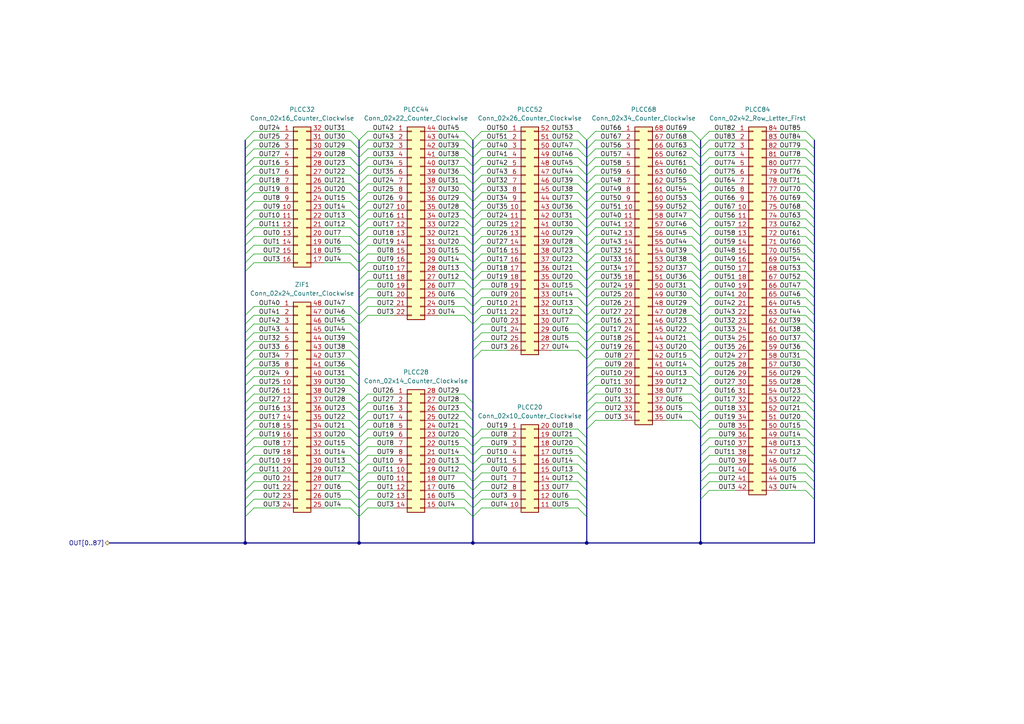
<source format=kicad_sch>
(kicad_sch (version 20250114) (generator "eeschema") (generator_version "9.0")
  (paper "A4")
  (title_block (title "ALLPRO88 Socket Module Template"))
  (junction (at 203.2 157.48))
  (junction (at 104.14 157.48))
  (junction (at 137.16 157.48))
  (junction (at 71.12 157.48))
  (junction (at 170.18 157.48))
  (bus_entry (at 203.2 50.8) (size -2.54 -2.54))
  (bus_entry (at 137.16 78.74) (size 2.54 -2.54))
  (bus_entry (at 203.2 101.6) (size -2.54 -2.54))
  (bus_entry (at 203.2 127) (size 2.54 -2.54))
  (bus_entry (at 71.12 43.18) (size 2.54 -2.54))
  (bus_entry (at 71.12 129.54) (size 2.54 -2.54))
  (bus_entry (at 104.14 96.52) (size -2.54 -2.54))
  (bus_entry (at 236.22 137.16) (size -2.54 -2.54))
  (bus_entry (at 71.12 48.26) (size 2.54 -2.54))
  (bus_entry (at 137.16 50.8) (size -2.54 -2.54))
  (bus_entry (at 104.14 116.84) (size -2.54 -2.54))
  (bus_entry (at 170.18 55.88) (size 2.54 -2.54))
  (bus_entry (at 104.14 93.98) (size 2.54 -2.54))
  (bus_entry (at 104.14 63.5) (size -2.54 -2.54))
  (bus_entry (at 104.14 66.04) (size -2.54 -2.54))
  (bus_entry (at 137.16 71.12) (size -2.54 -2.54))
  (bus_entry (at 137.16 132.08) (size 2.54 -2.54))
  (bus_entry (at 170.18 43.18) (size -2.54 -2.54))
  (bus_entry (at 137.16 88.9) (size -2.54 -2.54))
  (bus_entry (at 203.2 81.28) (size -2.54 -2.54))
  (bus_entry (at 104.14 91.44) (size 2.54 -2.54))
  (bus_entry (at 71.12 60.96) (size 2.54 -2.54))
  (bus_entry (at 137.16 149.86) (size -2.54 -2.54))
  (bus_entry (at 203.2 124.46) (size -2.54 -2.54))
  (bus_entry (at 170.18 121.92) (size 2.54 -2.54))
  (bus_entry (at 71.12 96.52) (size 2.54 -2.54))
  (bus_entry (at 170.18 48.26) (size 2.54 -2.54))
  (bus_entry (at 170.18 142.24) (size -2.54 -2.54))
  (bus_entry (at 104.14 71.12) (size 2.54 -2.54))
  (bus_entry (at 137.16 81.28) (size -2.54 -2.54))
  (bus_entry (at 137.16 48.26) (size 2.54 -2.54))
  (bus_entry (at 104.14 55.88) (size -2.54 -2.54))
  (bus_entry (at 236.22 48.26) (size -2.54 -2.54))
  (bus_entry (at 104.14 132.08) (size 2.54 -2.54))
  (bus_entry (at 104.14 71.12) (size -2.54 -2.54))
  (bus_entry (at 170.18 83.82) (size 2.54 -2.54))
  (bus_entry (at 137.16 101.6) (size 2.54 -2.54))
  (bus_entry (at 236.22 101.6) (size -2.54 -2.54))
  (bus_entry (at 104.14 73.66) (size 2.54 -2.54))
  (bus_entry (at 236.22 114.3) (size -2.54 -2.54))
  (bus_entry (at 203.2 121.92) (size -2.54 -2.54))
  (bus_entry (at 104.14 93.98) (size -2.54 -2.54))
  (bus_entry (at 203.2 83.82) (size 2.54 -2.54))
  (bus_entry (at 137.16 83.82) (size -2.54 -2.54))
  (bus_entry (at 170.18 66.04) (size -2.54 -2.54))
  (bus_entry (at 170.18 58.42) (size 2.54 -2.54))
  (bus_entry (at 236.22 60.96) (size -2.54 -2.54))
  (bus_entry (at 170.18 101.6) (size 2.54 -2.54))
  (bus_entry (at 236.22 78.74) (size -2.54 -2.54))
  (bus_entry (at 104.14 91.44) (size -2.54 -2.54))
  (bus_entry (at 203.2 106.68) (size -2.54 -2.54))
  (bus_entry (at 203.2 109.22) (size 2.54 -2.54))
  (bus_entry (at 104.14 58.42) (size -2.54 -2.54))
  (bus_entry (at 170.18 60.96) (size 2.54 -2.54))
  (bus_entry (at 104.14 88.9) (size 2.54 -2.54))
  (bus_entry (at 236.22 91.44) (size -2.54 -2.54))
  (bus_entry (at 170.18 132.08) (size -2.54 -2.54))
  (bus_entry (at 104.14 147.32) (size -2.54 -2.54))
  (bus_entry (at 170.18 129.54) (size -2.54 -2.54))
  (bus_entry (at 71.12 106.68) (size 2.54 -2.54))
  (bus_entry (at 137.16 58.42) (size -2.54 -2.54))
  (bus_entry (at 104.14 68.58) (size 2.54 -2.54))
  (bus_entry (at 104.14 78.74) (size -2.54 -2.54))
  (bus_entry (at 203.2 91.44) (size -2.54 -2.54))
  (bus_entry (at 203.2 78.74) (size 2.54 -2.54))
  (bus_entry (at 170.18 78.74) (size -2.54 -2.54))
  (bus_entry (at 137.16 116.84) (size -2.54 -2.54))
  (bus_entry (at 71.12 45.72) (size 2.54 -2.54))
  (bus_entry (at 170.18 66.04) (size 2.54 -2.54))
  (bus_entry (at 104.14 106.68) (size -2.54 -2.54))
  (bus_entry (at 170.18 68.58) (size -2.54 -2.54))
  (bus_entry (at 137.16 78.74) (size -2.54 -2.54))
  (bus_entry (at 104.14 129.54) (size 2.54 -2.54))
  (bus_entry (at 104.14 147.32) (size 2.54 -2.54))
  (bus_entry (at 104.14 48.26) (size 2.54 -2.54))
  (bus_entry (at 104.14 124.46) (size 2.54 -2.54))
  (bus_entry (at 203.2 50.8) (size 2.54 -2.54))
  (bus_entry (at 71.12 121.92) (size 2.54 -2.54))
  (bus_entry (at 137.16 121.92) (size -2.54 -2.54))
  (bus_entry (at 170.18 91.44) (size -2.54 -2.54))
  (bus_entry (at 170.18 40.64) (size 2.54 -2.54))
  (bus_entry (at 203.2 93.98) (size -2.54 -2.54))
  (bus_entry (at 170.18 45.72) (size -2.54 -2.54))
  (bus_entry (at 236.22 132.08) (size -2.54 -2.54))
  (bus_entry (at 236.22 106.68) (size -2.54 -2.54))
  (bus_entry (at 137.16 144.78) (size 2.54 -2.54))
  (bus_entry (at 203.2 48.26) (size 2.54 -2.54))
  (bus_entry (at 203.2 104.14) (size -2.54 -2.54))
  (bus_entry (at 203.2 114.3) (size -2.54 -2.54))
  (bus_entry (at 137.16 144.78) (size -2.54 -2.54))
  (bus_entry (at 236.22 99.06) (size -2.54 -2.54))
  (bus_entry (at 203.2 104.14) (size 2.54 -2.54))
  (bus_entry (at 104.14 48.26) (size -2.54 -2.54))
  (bus_entry (at 170.18 124.46) (size 2.54 -2.54))
  (bus_entry (at 170.18 104.14) (size 2.54 -2.54))
  (bus_entry (at 170.18 48.26) (size -2.54 -2.54))
  (bus_entry (at 170.18 91.44) (size 2.54 -2.54))
  (bus_entry (at 203.2 76.2) (size -2.54 -2.54))
  (bus_entry (at 104.14 111.76) (size -2.54 -2.54))
  (bus_entry (at 203.2 68.58) (size -2.54 -2.54))
  (bus_entry (at 104.14 45.72) (size -2.54 -2.54))
  (bus_entry (at 71.12 109.22) (size 2.54 -2.54))
  (bus_entry (at 236.22 111.76) (size -2.54 -2.54))
  (bus_entry (at 71.12 93.98) (size 2.54 -2.54))
  (bus_entry (at 170.18 50.8) (size -2.54 -2.54))
  (bus_entry (at 137.16 76.2) (size -2.54 -2.54))
  (bus_entry (at 137.16 66.04) (size 2.54 -2.54))
  (bus_entry (at 170.18 96.52) (size -2.54 -2.54))
  (bus_entry (at 104.14 81.28) (size 2.54 -2.54))
  (bus_entry (at 104.14 121.92) (size 2.54 -2.54))
  (bus_entry (at 137.16 58.42) (size 2.54 -2.54))
  (bus_entry (at 170.18 45.72) (size 2.54 -2.54))
  (bus_entry (at 203.2 116.84) (size -2.54 -2.54))
  (bus_entry (at 71.12 68.58) (size 2.54 -2.54))
  (bus_entry (at 170.18 137.16) (size -2.54 -2.54))
  (bus_entry (at 71.12 119.38) (size 2.54 -2.54))
  (bus_entry (at 104.14 144.78) (size 2.54 -2.54))
  (bus_entry (at 104.14 43.18) (size 2.54 -2.54))
  (bus_entry (at 71.12 142.24) (size 2.54 -2.54))
  (bus_entry (at 203.2 40.64) (size 2.54 -2.54))
  (bus_entry (at 203.2 73.66) (size 2.54 -2.54))
  (bus_entry (at 104.14 121.92) (size -2.54 -2.54))
  (bus_entry (at 137.16 86.36) (size 2.54 -2.54))
  (bus_entry (at 71.12 63.5) (size 2.54 -2.54))
  (bus_entry (at 137.16 40.64) (size -2.54 -2.54))
  (bus_entry (at 203.2 139.7) (size 2.54 -2.54))
  (bus_entry (at 104.14 101.6) (size -2.54 -2.54))
  (bus_entry (at 137.16 142.24) (size 2.54 -2.54))
  (bus_entry (at 71.12 127) (size 2.54 -2.54))
  (bus_entry (at 170.18 71.12) (size 2.54 -2.54))
  (bus_entry (at 203.2 60.96) (size 2.54 -2.54))
  (bus_entry (at 104.14 109.22) (size -2.54 -2.54))
  (bus_entry (at 236.22 121.92) (size -2.54 -2.54))
  (bus_entry (at 137.16 53.34) (size 2.54 -2.54))
  (bus_entry (at 137.16 73.66) (size -2.54 -2.54))
  (bus_entry (at 71.12 91.44) (size 2.54 -2.54))
  (bus_entry (at 104.14 83.82) (size 2.54 -2.54))
  (bus_entry (at 170.18 106.68) (size 2.54 -2.54))
  (bus_entry (at 170.18 63.5) (size -2.54 -2.54))
  (bus_entry (at 71.12 111.76) (size 2.54 -2.54))
  (bus_entry (at 170.18 88.9) (size -2.54 -2.54))
  (bus_entry (at 236.22 58.42) (size -2.54 -2.54))
  (bus_entry (at 236.22 63.5) (size -2.54 -2.54))
  (bus_entry (at 203.2 116.84) (size 2.54 -2.54))
  (bus_entry (at 203.2 58.42) (size -2.54 -2.54))
  (bus_entry (at 104.14 68.58) (size -2.54 -2.54))
  (bus_entry (at 236.22 43.18) (size -2.54 -2.54))
  (bus_entry (at 71.12 99.06) (size 2.54 -2.54))
  (bus_entry (at 236.22 45.72) (size -2.54 -2.54))
  (bus_entry (at 104.14 149.86) (size 2.54 -2.54))
  (bus_entry (at 104.14 43.18) (size -2.54 -2.54))
  (bus_entry (at 137.16 45.72) (size -2.54 -2.54))
  (bus_entry (at 71.12 132.08) (size 2.54 -2.54))
  (bus_entry (at 137.16 55.88) (size 2.54 -2.54))
  (bus_entry (at 170.18 116.84) (size 2.54 -2.54))
  (bus_entry (at 137.16 119.38) (size -2.54 -2.54))
  (bus_entry (at 137.16 81.28) (size 2.54 -2.54))
  (bus_entry (at 104.14 66.04) (size 2.54 -2.54))
  (bus_entry (at 137.16 93.98) (size 2.54 -2.54))
  (bus_entry (at 170.18 139.7) (size -2.54 -2.54))
  (bus_entry (at 104.14 132.08) (size -2.54 -2.54))
  (bus_entry (at 71.12 147.32) (size 2.54 -2.54))
  (bus_entry (at 236.22 68.58) (size -2.54 -2.54))
  (bus_entry (at 104.14 50.8) (size -2.54 -2.54))
  (bus_entry (at 137.16 104.14) (size 2.54 -2.54))
  (bus_entry (at 203.2 78.74) (size -2.54 -2.54))
  (bus_entry (at 137.16 48.26) (size -2.54 -2.54))
  (bus_entry (at 104.14 137.16) (size -2.54 -2.54))
  (bus_entry (at 203.2 132.08) (size 2.54 -2.54))
  (bus_entry (at 203.2 96.52) (size 2.54 -2.54))
  (bus_entry (at 203.2 48.26) (size -2.54 -2.54))
  (bus_entry (at 104.14 63.5) (size 2.54 -2.54))
  (bus_entry (at 137.16 127) (size -2.54 -2.54))
  (bus_entry (at 203.2 119.38) (size -2.54 -2.54))
  (bus_entry (at 170.18 88.9) (size 2.54 -2.54))
  (bus_entry (at 137.16 43.18) (size -2.54 -2.54))
  (bus_entry (at 203.2 111.76) (size -2.54 -2.54))
  (bus_entry (at 137.16 66.04) (size -2.54 -2.54))
  (bus_entry (at 71.12 78.74) (size 2.54 -2.54))
  (bus_entry (at 236.22 129.54) (size -2.54 -2.54))
  (bus_entry (at 104.14 142.24) (size -2.54 -2.54))
  (bus_entry (at 71.12 58.42) (size 2.54 -2.54))
  (bus_entry (at 203.2 86.36) (size -2.54 -2.54))
  (bus_entry (at 104.14 104.14) (size -2.54 -2.54))
  (bus_entry (at 170.18 114.3) (size 2.54 -2.54))
  (bus_entry (at 137.16 147.32) (size -2.54 -2.54))
  (bus_entry (at 203.2 53.34) (size -2.54 -2.54))
  (bus_entry (at 104.14 73.66) (size -2.54 -2.54))
  (bus_entry (at 170.18 96.52) (size 2.54 -2.54))
  (bus_entry (at 203.2 101.6) (size 2.54 -2.54))
  (bus_entry (at 203.2 66.04) (size 2.54 -2.54))
  (bus_entry (at 104.14 127) (size 2.54 -2.54))
  (bus_entry (at 104.14 116.84) (size 2.54 -2.54))
  (bus_entry (at 236.22 40.64) (size -2.54 -2.54))
  (bus_entry (at 236.22 139.7) (size -2.54 -2.54))
  (bus_entry (at 203.2 99.06) (size 2.54 -2.54))
  (bus_entry (at 137.16 83.82) (size 2.54 -2.54))
  (bus_entry (at 170.18 71.12) (size -2.54 -2.54))
  (bus_entry (at 236.22 142.24) (size -2.54 -2.54))
  (bus_entry (at 71.12 104.14) (size 2.54 -2.54))
  (bus_entry (at 203.2 60.96) (size -2.54 -2.54))
  (bus_entry (at 71.12 116.84) (size 2.54 -2.54))
  (bus_entry (at 236.22 134.62) (size -2.54 -2.54))
  (bus_entry (at 104.14 40.64) (size 2.54 -2.54))
  (bus_entry (at 236.22 71.12) (size -2.54 -2.54))
  (bus_entry (at 170.18 73.66) (size -2.54 -2.54))
  (bus_entry (at 170.18 86.36) (size 2.54 -2.54))
  (bus_entry (at 203.2 88.9) (size -2.54 -2.54))
  (bus_entry (at 203.2 88.9) (size 2.54 -2.54))
  (bus_entry (at 203.2 40.64) (size -2.54 -2.54))
  (bus_entry (at 104.14 78.74) (size 2.54 -2.54))
  (bus_entry (at 137.16 91.44) (size 2.54 -2.54))
  (bus_entry (at 104.14 124.46) (size -2.54 -2.54))
  (bus_entry (at 170.18 101.6) (size -2.54 -2.54))
  (bus_entry (at 203.2 124.46) (size 2.54 -2.54))
  (bus_entry (at 203.2 83.82) (size -2.54 -2.54))
  (bus_entry (at 137.16 86.36) (size -2.54 -2.54))
  (bus_entry (at 170.18 147.32) (size -2.54 -2.54))
  (bus_entry (at 104.14 55.88) (size 2.54 -2.54))
  (bus_entry (at 170.18 58.42) (size -2.54 -2.54))
  (bus_entry (at 137.16 139.7) (size -2.54 -2.54))
  (bus_entry (at 170.18 73.66) (size 2.54 -2.54))
  (bus_entry (at 170.18 53.34) (size 2.54 -2.54))
  (bus_entry (at 236.22 53.34) (size -2.54 -2.54))
  (bus_entry (at 104.14 86.36) (size 2.54 -2.54))
  (bus_entry (at 236.22 104.14) (size -2.54 -2.54))
  (bus_entry (at 104.14 76.2) (size -2.54 -2.54))
  (bus_entry (at 203.2 55.88) (size -2.54 -2.54))
  (bus_entry (at 236.22 124.46) (size -2.54 -2.54))
  (bus_entry (at 137.16 68.58) (size 2.54 -2.54))
  (bus_entry (at 170.18 43.18) (size 2.54 -2.54))
  (bus_entry (at 71.12 149.86) (size 2.54 -2.54))
  (bus_entry (at 104.14 129.54) (size -2.54 -2.54))
  (bus_entry (at 104.14 60.96) (size -2.54 -2.54))
  (bus_entry (at 236.22 55.88) (size -2.54 -2.54))
  (bus_entry (at 203.2 137.16) (size 2.54 -2.54))
  (bus_entry (at 203.2 63.5) (size 2.54 -2.54))
  (bus_entry (at 104.14 60.96) (size 2.54 -2.54))
  (bus_entry (at 104.14 76.2) (size 2.54 -2.54))
  (bus_entry (at 104.14 139.7) (size 2.54 -2.54))
  (bus_entry (at 104.14 134.62) (size -2.54 -2.54))
  (bus_entry (at 137.16 124.46) (size -2.54 -2.54))
  (bus_entry (at 170.18 50.8) (size 2.54 -2.54))
  (bus_entry (at 170.18 63.5) (size 2.54 -2.54))
  (bus_entry (at 137.16 88.9) (size 2.54 -2.54))
  (bus_entry (at 203.2 134.62) (size 2.54 -2.54))
  (bus_entry (at 104.14 137.16) (size 2.54 -2.54))
  (bus_entry (at 104.14 45.72) (size 2.54 -2.54))
  (bus_entry (at 170.18 93.98) (size -2.54 -2.54))
  (bus_entry (at 71.12 66.04) (size 2.54 -2.54))
  (bus_entry (at 236.22 144.78) (size -2.54 -2.54))
  (bus_entry (at 203.2 142.24) (size 2.54 -2.54))
  (bus_entry (at 170.18 109.22) (size 2.54 -2.54))
  (bus_entry (at 203.2 45.72) (size -2.54 -2.54))
  (bus_entry (at 104.14 53.34) (size -2.54 -2.54))
  (bus_entry (at 236.22 81.28) (size -2.54 -2.54))
  (bus_entry (at 236.22 73.66) (size -2.54 -2.54))
  (bus_entry (at 170.18 144.78) (size -2.54 -2.54))
  (bus_entry (at 137.16 96.52) (size 2.54 -2.54))
  (bus_entry (at 104.14 149.86) (size -2.54 -2.54))
  (bus_entry (at 203.2 119.38) (size 2.54 -2.54))
  (bus_entry (at 137.16 50.8) (size 2.54 -2.54))
  (bus_entry (at 137.16 137.16) (size 2.54 -2.54))
  (bus_entry (at 137.16 68.58) (size -2.54 -2.54))
  (bus_entry (at 170.18 99.06) (size -2.54 -2.54))
  (bus_entry (at 137.16 63.5) (size 2.54 -2.54))
  (bus_entry (at 236.22 109.22) (size -2.54 -2.54))
  (bus_entry (at 137.16 76.2) (size 2.54 -2.54))
  (bus_entry (at 203.2 121.92) (size 2.54 -2.54))
  (bus_entry (at 71.12 71.12) (size 2.54 -2.54))
  (bus_entry (at 203.2 53.34) (size 2.54 -2.54))
  (bus_entry (at 137.16 149.86) (size 2.54 -2.54))
  (bus_entry (at 170.18 68.58) (size 2.54 -2.54))
  (bus_entry (at 203.2 68.58) (size 2.54 -2.54))
  (bus_entry (at 137.16 91.44) (size -2.54 -2.54))
  (bus_entry (at 236.22 50.8) (size -2.54 -2.54))
  (bus_entry (at 236.22 96.52) (size -2.54 -2.54))
  (bus_entry (at 236.22 88.9) (size -2.54 -2.54))
  (bus_entry (at 104.14 144.78) (size -2.54 -2.54))
  (bus_entry (at 71.12 114.3) (size 2.54 -2.54))
  (bus_entry (at 137.16 60.96) (size 2.54 -2.54))
  (bus_entry (at 203.2 106.68) (size 2.54 -2.54))
  (bus_entry (at 170.18 83.82) (size -2.54 -2.54))
  (bus_entry (at 137.16 43.18) (size 2.54 -2.54))
  (bus_entry (at 170.18 40.64) (size -2.54 -2.54))
  (bus_entry (at 104.14 139.7) (size -2.54 -2.54))
  (bus_entry (at 137.16 147.32) (size 2.54 -2.54))
  (bus_entry (at 137.16 71.12) (size 2.54 -2.54))
  (bus_entry (at 203.2 93.98) (size 2.54 -2.54))
  (bus_entry (at 71.12 73.66) (size 2.54 -2.54))
  (bus_entry (at 137.16 134.62) (size -2.54 -2.54))
  (bus_entry (at 71.12 101.6) (size 2.54 -2.54))
  (bus_entry (at 71.12 55.88) (size 2.54 -2.54))
  (bus_entry (at 203.2 86.36) (size 2.54 -2.54))
  (bus_entry (at 170.18 149.86) (size -2.54 -2.54))
  (bus_entry (at 203.2 58.42) (size 2.54 -2.54))
  (bus_entry (at 170.18 81.28) (size -2.54 -2.54))
  (bus_entry (at 137.16 63.5) (size -2.54 -2.54))
  (bus_entry (at 170.18 76.2) (size -2.54 -2.54))
  (bus_entry (at 137.16 134.62) (size 2.54 -2.54))
  (bus_entry (at 170.18 81.28) (size 2.54 -2.54))
  (bus_entry (at 137.16 99.06) (size 2.54 -2.54))
  (bus_entry (at 170.18 86.36) (size -2.54 -2.54))
  (bus_entry (at 71.12 50.8) (size 2.54 -2.54))
  (bus_entry (at 137.16 60.96) (size -2.54 -2.54))
  (bus_entry (at 71.12 124.46) (size 2.54 -2.54))
  (bus_entry (at 137.16 55.88) (size -2.54 -2.54))
  (bus_entry (at 203.2 114.3) (size 2.54 -2.54))
  (bus_entry (at 104.14 119.38) (size 2.54 -2.54))
  (bus_entry (at 137.16 73.66) (size 2.54 -2.54))
  (bus_entry (at 203.2 109.22) (size -2.54 -2.54))
  (bus_entry (at 71.12 144.78) (size 2.54 -2.54))
  (bus_entry (at 170.18 99.06) (size 2.54 -2.54))
  (bus_entry (at 137.16 137.16) (size -2.54 -2.54))
  (bus_entry (at 203.2 81.28) (size 2.54 -2.54))
  (bus_entry (at 71.12 137.16) (size 2.54 -2.54))
  (bus_entry (at 203.2 129.54) (size 2.54 -2.54))
  (bus_entry (at 203.2 45.72) (size 2.54 -2.54))
  (bus_entry (at 170.18 134.62) (size -2.54 -2.54))
  (bus_entry (at 236.22 83.82) (size -2.54 -2.54))
  (bus_entry (at 203.2 76.2) (size 2.54 -2.54))
  (bus_entry (at 236.22 93.98) (size -2.54 -2.54))
  (bus_entry (at 170.18 60.96) (size -2.54 -2.54))
  (bus_entry (at 236.22 66.04) (size -2.54 -2.54))
  (bus_entry (at 137.16 129.54) (size 2.54 -2.54))
  (bus_entry (at 170.18 53.34) (size -2.54 -2.54))
  (bus_entry (at 104.14 114.3) (size -2.54 -2.54))
  (bus_entry (at 203.2 66.04) (size -2.54 -2.54))
  (bus_entry (at 203.2 96.52) (size -2.54 -2.54))
  (bus_entry (at 71.12 53.34) (size 2.54 -2.54))
  (bus_entry (at 236.22 119.38) (size -2.54 -2.54))
  (bus_entry (at 203.2 99.06) (size -2.54 -2.54))
  (bus_entry (at 236.22 116.84) (size -2.54 -2.54))
  (bus_entry (at 104.14 53.34) (size 2.54 -2.54))
  (bus_entry (at 236.22 86.36) (size -2.54 -2.54))
  (bus_entry (at 170.18 104.14) (size -2.54 -2.54))
  (bus_entry (at 71.12 76.2) (size 2.54 -2.54))
  (bus_entry (at 137.16 45.72) (size 2.54 -2.54))
  (bus_entry (at 71.12 139.7) (size 2.54 -2.54))
  (bus_entry (at 203.2 55.88) (size 2.54 -2.54))
  (bus_entry (at 203.2 111.76) (size 2.54 -2.54))
  (bus_entry (at 137.16 139.7) (size 2.54 -2.54))
  (bus_entry (at 203.2 144.78) (size 2.54 -2.54))
  (bus_entry (at 104.14 58.42) (size 2.54 -2.54))
  (bus_entry (at 203.2 71.12) (size 2.54 -2.54))
  (bus_entry (at 203.2 43.18) (size 2.54 -2.54))
  (bus_entry (at 104.14 134.62) (size 2.54 -2.54))
  (bus_entry (at 137.16 129.54) (size -2.54 -2.54))
  (bus_entry (at 203.2 43.18) (size -2.54 -2.54))
  (bus_entry (at 104.14 142.24) (size 2.54 -2.54))
  (bus_entry (at 104.14 50.8) (size 2.54 -2.54))
  (bus_entry (at 170.18 78.74) (size 2.54 -2.54))
  (bus_entry (at 104.14 40.64) (size -2.54 -2.54))
  (bus_entry (at 236.22 127) (size -2.54 -2.54))
  (bus_entry (at 203.2 73.66) (size -2.54 -2.54))
  (bus_entry (at 137.16 127) (size 2.54 -2.54))
  (bus_entry (at 236.22 76.2) (size -2.54 -2.54))
  (bus_entry (at 71.12 134.62) (size 2.54 -2.54))
  (bus_entry (at 170.18 55.88) (size -2.54 -2.54))
  (bus_entry (at 104.14 99.06) (size -2.54 -2.54))
  (bus_entry (at 137.16 132.08) (size -2.54 -2.54))
  (bus_entry (at 170.18 119.38) (size 2.54 -2.54))
  (bus_entry (at 203.2 63.5) (size -2.54 -2.54))
  (bus_entry (at 203.2 71.12) (size -2.54 -2.54))
  (bus_entry (at 137.16 142.24) (size -2.54 -2.54))
  (bus_entry (at 170.18 93.98) (size 2.54 -2.54))
  (bus_entry (at 104.14 127) (size -2.54 -2.54))
  (bus_entry (at 170.18 76.2) (size 2.54 -2.54))
  (bus_entry (at 170.18 111.76) (size 2.54 -2.54))
  (bus_entry (at 104.14 119.38) (size -2.54 -2.54))
  (bus_entry (at 137.16 40.64) (size 2.54 -2.54))
  (bus_entry (at 137.16 53.34) (size -2.54 -2.54))
  (bus_entry (at 203.2 91.44) (size 2.54 -2.54))
  (bus_entry (at 170.18 127) (size -2.54 -2.54))
  (bus_entry (at 71.12 40.64) (size 2.54 -2.54))
  (bus_entry (at 137.16 93.98) (size -2.54 -2.54))
  (bus (pts (xy 203.2 137.16) (xy 203.2 139.7)))
  (bus (pts (xy 104.14 68.58) (xy 104.14 71.12)))
  (wire (pts (xy 205.74 106.68) (xy 213.36 106.68)))
  (bus (pts (xy 170.18 139.7) (xy 170.18 142.24)))
  (wire (pts (xy 226.06 55.88) (xy 233.68 55.88)))
  (wire (pts (xy 193.04 111.76) (xy 200.66 111.76)))
  (bus (pts (xy 71.12 137.16) (xy 71.12 139.7)))
  (bus (pts (xy 104.14 53.34) (xy 104.14 55.88)))
  (wire (pts (xy 213.36 76.2) (xy 205.74 76.2)))
  (wire (pts (xy 93.98 55.88) (xy 101.6 55.88)))
  (bus (pts (xy 104.14 88.9) (xy 104.14 91.44)))
  (bus (pts (xy 104.14 48.26) (xy 104.14 50.8)))
  (bus (pts (xy 203.2 116.84) (xy 203.2 119.38)))
  (bus (pts (xy 203.2 83.82) (xy 203.2 86.36)))
  (wire (pts (xy 93.98 104.14) (xy 101.6 104.14)))
  (wire (pts (xy 139.7 73.66) (xy 147.32 73.66)))
  (wire (pts (xy 205.74 137.16) (xy 213.36 137.16)))
  (wire (pts (xy 73.66 43.18) (xy 81.28 43.18)))
  (wire (pts (xy 205.74 132.08) (xy 213.36 132.08)))
  (wire (pts (xy 226.06 137.16) (xy 233.68 137.16)))
  (wire (pts (xy 226.06 76.2) (xy 233.68 76.2)))
  (bus (pts (xy 236.22 60.96) (xy 236.22 63.5)))
  (bus (pts (xy 203.2 99.06) (xy 203.2 101.6)))
  (wire (pts (xy 226.06 127) (xy 233.68 127)))
  (wire (pts (xy 160.02 139.7) (xy 167.64 139.7)))
  (bus (pts (xy 236.22 144.78) (xy 236.22 157.48)))
  (wire (pts (xy 193.04 55.88) (xy 200.66 55.88)))
  (bus (pts (xy 203.2 45.72) (xy 203.2 48.26)))
  (bus (pts (xy 137.16 144.78) (xy 137.16 147.32)))
  (wire (pts (xy 127 91.44) (xy 134.62 91.44)))
  (bus (pts (xy 137.16 99.06) (xy 137.16 101.6)))
  (wire (pts (xy 106.68 116.84) (xy 114.3 116.84)))
  (wire (pts (xy 127 116.84) (xy 134.62 116.84)))
  (bus (pts (xy 104.14 134.62) (xy 104.14 137.16)))
  (bus (pts (xy 170.18 43.18) (xy 170.18 45.72)))
  (bus (pts (xy 137.16 96.52) (xy 137.16 99.06)))
  (bus (pts (xy 170.18 119.38) (xy 170.18 121.92)))
  (wire (pts (xy 193.04 68.58) (xy 200.66 68.58)))
  (wire (pts (xy 213.36 55.88) (xy 205.74 55.88)))
  (bus (pts (xy 170.18 93.98) (xy 170.18 96.52)))
  (bus (pts (xy 104.14 55.88) (xy 104.14 58.42)))
  (bus (pts (xy 203.2 78.74) (xy 203.2 81.28)))
  (bus (pts (xy 71.12 111.76) (xy 71.12 114.3)))
  (wire (pts (xy 160.02 40.64) (xy 167.64 40.64)))
  (wire (pts (xy 127 132.08) (xy 134.62 132.08)))
  (wire (pts (xy 139.7 78.74) (xy 147.32 78.74)))
  (bus (pts (xy 170.18 45.72) (xy 170.18 48.26)))
  (bus (pts (xy 137.16 45.72) (xy 137.16 48.26)))
  (bus (pts (xy 203.2 60.96) (xy 203.2 63.5)))
  (wire (pts (xy 160.02 147.32) (xy 167.64 147.32)))
  (wire (pts (xy 213.36 43.18) (xy 205.74 43.18)))
  (wire (pts (xy 193.04 71.12) (xy 200.66 71.12)))
  (bus (pts (xy 236.22 50.8) (xy 236.22 53.34)))
  (wire (pts (xy 93.98 134.62) (xy 101.6 134.62)))
  (bus (pts (xy 71.12 76.2) (xy 71.12 78.74)))
  (bus (pts (xy 104.14 106.68) (xy 104.14 109.22)))
  (wire (pts (xy 127 83.82) (xy 134.62 83.82)))
  (wire (pts (xy 172.72 73.66) (xy 180.34 73.66)))
  (wire (pts (xy 73.66 66.04) (xy 81.28 66.04)))
  (bus (pts (xy 104.14 83.82) (xy 104.14 86.36)))
  (wire (pts (xy 73.66 71.12) (xy 81.28 71.12)))
  (bus (pts (xy 104.14 58.42) (xy 104.14 60.96)))
  (bus (pts (xy 104.14 137.16) (xy 104.14 139.7)))
  (wire (pts (xy 226.06 99.06) (xy 233.68 99.06)))
  (bus (pts (xy 170.18 111.76) (xy 170.18 114.3)))
  (bus (pts (xy 170.18 116.84) (xy 170.18 119.38)))
  (wire (pts (xy 160.02 73.66) (xy 167.64 73.66)))
  (bus (pts (xy 203.2 157.48) (xy 170.18 157.48)))
  (bus (pts (xy 203.2 104.14) (xy 203.2 106.68)))
  (wire (pts (xy 226.06 53.34) (xy 233.68 53.34)))
  (wire (pts (xy 226.06 124.46) (xy 233.68 124.46)))
  (wire (pts (xy 93.98 58.42) (xy 101.6 58.42)))
  (bus (pts (xy 203.2 76.2) (xy 203.2 78.74)))
  (bus (pts (xy 170.18 91.44) (xy 170.18 93.98)))
  (wire (pts (xy 139.7 83.82) (xy 147.32 83.82)))
  (wire (pts (xy 93.98 68.58) (xy 101.6 68.58)))
  (bus (pts (xy 170.18 121.92) (xy 170.18 124.46)))
  (wire (pts (xy 127 129.54) (xy 134.62 129.54)))
  (wire (pts (xy 73.66 55.88) (xy 81.28 55.88)))
  (wire (pts (xy 139.7 144.78) (xy 147.32 144.78)))
  (bus (pts (xy 170.18 109.22) (xy 170.18 111.76)))
  (bus (pts (xy 236.22 142.24) (xy 236.22 144.78)))
  (wire (pts (xy 160.02 50.8) (xy 167.64 50.8)))
  (wire (pts (xy 93.98 88.9) (xy 101.6 88.9)))
  (wire (pts (xy 205.74 81.28) (xy 213.36 81.28)))
  (bus (pts (xy 203.2 124.46) (xy 203.2 127)))
  (wire (pts (xy 226.06 73.66) (xy 233.68 73.66)))
  (bus (pts (xy 137.16 149.86) (xy 137.16 157.48)))
  (wire (pts (xy 172.72 78.74) (xy 180.34 78.74)))
  (bus (pts (xy 104.14 116.84) (xy 104.14 119.38)))
  (wire (pts (xy 160.02 88.9) (xy 167.64 88.9)))
  (wire (pts (xy 73.66 73.66) (xy 81.28 73.66)))
  (bus (pts (xy 137.16 134.62) (xy 137.16 137.16)))
  (wire (pts (xy 160.02 132.08) (xy 167.64 132.08)))
  (bus (pts (xy 137.16 137.16) (xy 137.16 139.7)))
  (bus (pts (xy 104.14 81.28) (xy 104.14 83.82)))
  (bus (pts (xy 236.22 55.88) (xy 236.22 58.42)))
  (wire (pts (xy 73.66 91.44) (xy 81.28 91.44)))
  (wire (pts (xy 93.98 121.92) (xy 101.6 121.92)))
  (wire (pts (xy 226.06 38.1) (xy 233.68 38.1)))
  (bus (pts (xy 71.12 40.64) (xy 71.12 43.18)))
  (bus (pts (xy 236.22 137.16) (xy 236.22 139.7)))
  (wire (pts (xy 193.04 43.18) (xy 200.66 43.18)))
  (wire (pts (xy 213.36 66.04) (xy 205.74 66.04)))
  (bus (pts (xy 203.2 109.22) (xy 203.2 111.76)))
  (wire (pts (xy 213.36 58.42) (xy 205.74 58.42)))
  (wire (pts (xy 205.74 127) (xy 213.36 127)))
  (wire (pts (xy 172.72 83.82) (xy 180.34 83.82)))
  (wire (pts (xy 73.66 40.64) (xy 81.28 40.64)))
  (wire (pts (xy 93.98 50.8) (xy 101.6 50.8)))
  (wire (pts (xy 193.04 38.1) (xy 200.66 38.1)))
  (bus (pts (xy 137.16 132.08) (xy 137.16 134.62)))
  (wire (pts (xy 205.74 96.52) (xy 213.36 96.52)))
  (bus (pts (xy 137.16 71.12) (xy 137.16 73.66)))
  (wire (pts (xy 127 55.88) (xy 134.62 55.88)))
  (wire (pts (xy 172.72 119.38) (xy 180.34 119.38)))
  (bus (pts (xy 203.2 127) (xy 203.2 129.54)))
  (bus (pts (xy 236.22 48.26) (xy 236.22 50.8)))
  (wire (pts (xy 172.72 93.98) (xy 180.34 93.98)))
  (wire (pts (xy 226.06 68.58) (xy 233.68 68.58)))
  (wire (pts (xy 73.66 137.16) (xy 81.28 137.16)))
  (wire (pts (xy 226.06 88.9) (xy 233.68 88.9)))
  (wire (pts (xy 139.7 91.44) (xy 147.32 91.44)))
  (bus (pts (xy 170.18 114.3) (xy 170.18 116.84)))
  (wire (pts (xy 226.06 132.08) (xy 233.68 132.08)))
  (bus (pts (xy 104.14 76.2) (xy 104.14 78.74)))
  (bus (pts (xy 236.22 73.66) (xy 236.22 76.2)))
  (wire (pts (xy 106.68 124.46) (xy 114.3 124.46)))
  (wire (pts (xy 172.72 88.9) (xy 180.34 88.9)))
  (wire (pts (xy 106.68 144.78) (xy 114.3 144.78)))
  (bus (pts (xy 170.18 53.34) (xy 170.18 55.88)))
  (bus (pts (xy 203.2 53.34) (xy 203.2 55.88)))
  (wire (pts (xy 106.68 127) (xy 114.3 127)))
  (bus (pts (xy 170.18 149.86) (xy 170.18 157.48)))
  (wire (pts (xy 127 147.32) (xy 134.62 147.32)))
  (wire (pts (xy 139.7 127) (xy 147.32 127)))
  (wire (pts (xy 213.36 73.66) (xy 205.74 73.66)))
  (wire (pts (xy 226.06 66.04) (xy 233.68 66.04)))
  (bus (pts (xy 137.16 124.46) (xy 137.16 127)))
  (bus (pts (xy 203.2 50.8) (xy 203.2 53.34)))
  (wire (pts (xy 193.04 40.64) (xy 200.66 40.64)))
  (wire (pts (xy 193.04 76.2) (xy 200.66 76.2)))
  (wire (pts (xy 106.68 78.74) (xy 114.3 78.74)))
  (wire (pts (xy 160.02 68.58) (xy 167.64 68.58)))
  (wire (pts (xy 106.68 134.62) (xy 114.3 134.62)))
  (bus (pts (xy 236.22 68.58) (xy 236.22 71.12)))
  (wire (pts (xy 160.02 101.6) (xy 167.64 101.6)))
  (wire (pts (xy 160.02 63.5) (xy 167.64 63.5)))
  (bus (pts (xy 71.12 93.98) (xy 71.12 96.52)))
  (wire (pts (xy 93.98 116.84) (xy 101.6 116.84)))
  (bus (pts (xy 203.2 132.08) (xy 203.2 134.62)))
  (wire (pts (xy 205.74 99.06) (xy 213.36 99.06)))
  (wire (pts (xy 139.7 45.72) (xy 147.32 45.72)))
  (bus (pts (xy 236.22 96.52) (xy 236.22 99.06)))
  (wire (pts (xy 139.7 129.54) (xy 147.32 129.54)))
  (bus (pts (xy 137.16 78.74) (xy 137.16 81.28)))
  (bus (pts (xy 236.22 121.92) (xy 236.22 124.46)))
  (wire (pts (xy 127 121.92) (xy 134.62 121.92)))
  (wire (pts (xy 106.68 129.54) (xy 114.3 129.54)))
  (bus (pts (xy 104.14 45.72) (xy 104.14 48.26)))
  (bus (pts (xy 104.14 40.64) (xy 104.14 43.18)))
  (wire (pts (xy 93.98 114.3) (xy 101.6 114.3)))
  (bus (pts (xy 71.12 78.74) (xy 71.12 91.44)))
  (wire (pts (xy 73.66 58.42) (xy 81.28 58.42)))
  (wire (pts (xy 205.74 91.44) (xy 213.36 91.44)))
  (wire (pts (xy 172.72 86.36) (xy 180.34 86.36)))
  (wire (pts (xy 106.68 73.66) (xy 114.3 73.66)))
  (wire (pts (xy 127 139.7) (xy 134.62 139.7)))
  (bus (pts (xy 137.16 127) (xy 137.16 129.54)))
  (wire (pts (xy 93.98 124.46) (xy 101.6 124.46)))
  (bus (pts (xy 71.12 129.54) (xy 71.12 132.08)))
  (bus (pts (xy 203.2 129.54) (xy 203.2 132.08)))
  (bus (pts (xy 71.12 127) (xy 71.12 129.54)))
  (bus (pts (xy 236.22 106.68) (xy 236.22 109.22)))
  (bus (pts (xy 71.12 139.7) (xy 71.12 142.24)))
  (wire (pts (xy 160.02 78.74) (xy 167.64 78.74)))
  (wire (pts (xy 205.74 104.14) (xy 213.36 104.14)))
  (wire (pts (xy 205.74 116.84) (xy 213.36 116.84)))
  (wire (pts (xy 93.98 38.1) (xy 101.6 38.1)))
  (bus (pts (xy 104.14 73.66) (xy 104.14 76.2)))
  (bus (pts (xy 104.14 147.32) (xy 104.14 149.86)))
  (wire (pts (xy 93.98 119.38) (xy 101.6 119.38)))
  (wire (pts (xy 226.06 134.62) (xy 233.68 134.62)))
  (bus (pts (xy 71.12 73.66) (xy 71.12 76.2)))
  (wire (pts (xy 73.66 60.96) (xy 81.28 60.96)))
  (wire (pts (xy 127 71.12) (xy 134.62 71.12)))
  (wire (pts (xy 73.66 48.26) (xy 81.28 48.26)))
  (wire (pts (xy 106.68 48.26) (xy 114.3 48.26)))
  (wire (pts (xy 226.06 78.74) (xy 233.68 78.74)))
  (wire (pts (xy 226.06 50.8) (xy 233.68 50.8)))
  (wire (pts (xy 172.72 76.2) (xy 180.34 76.2)))
  (wire (pts (xy 106.68 76.2) (xy 114.3 76.2)))
  (wire (pts (xy 106.68 66.04) (xy 114.3 66.04)))
  (wire (pts (xy 93.98 109.22) (xy 101.6 109.22)))
  (wire (pts (xy 139.7 43.18) (xy 147.32 43.18)))
  (bus (pts (xy 71.12 157.48) (xy 104.14 157.48)))
  (bus (pts (xy 236.22 88.9) (xy 236.22 91.44)))
  (bus (pts (xy 236.22 43.18) (xy 236.22 45.72)))
  (bus (pts (xy 137.16 116.84) (xy 137.16 119.38)))
  (wire (pts (xy 73.66 139.7) (xy 81.28 139.7)))
  (bus (pts (xy 236.22 104.14) (xy 236.22 106.68)))
  (wire (pts (xy 226.06 45.72) (xy 233.68 45.72)))
  (bus (pts (xy 71.12 106.68) (xy 71.12 109.22)))
  (bus (pts (xy 71.12 96.52) (xy 71.12 99.06)))
  (wire (pts (xy 106.68 86.36) (xy 114.3 86.36)))
  (wire (pts (xy 93.98 48.26) (xy 101.6 48.26)))
  (bus (pts (xy 137.16 101.6) (xy 137.16 104.14)))
  (wire (pts (xy 193.04 106.68) (xy 200.66 106.68)))
  (bus (pts (xy 137.16 81.28) (xy 137.16 83.82)))
  (wire (pts (xy 160.02 83.82) (xy 167.64 83.82)))
  (wire (pts (xy 205.74 142.24) (xy 213.36 142.24)))
  (wire (pts (xy 160.02 76.2) (xy 167.64 76.2)))
  (wire (pts (xy 127 53.34) (xy 134.62 53.34)))
  (wire (pts (xy 160.02 53.34) (xy 167.64 53.34)))
  (bus (pts (xy 170.18 137.16) (xy 170.18 139.7)))
  (bus (pts (xy 71.12 66.04) (xy 71.12 68.58)))
  (bus (pts (xy 236.22 81.28) (xy 236.22 83.82)))
  (bus (pts (xy 236.22 119.38) (xy 236.22 121.92)))
  (bus (pts (xy 104.14 129.54) (xy 104.14 132.08)))
  (wire (pts (xy 127 127) (xy 134.62 127)))
  (bus (pts (xy 104.14 124.46) (xy 104.14 127)))
  (wire (pts (xy 93.98 147.32) (xy 101.6 147.32)))
  (wire (pts (xy 139.7 68.58) (xy 147.32 68.58)))
  (wire (pts (xy 139.7 81.28) (xy 147.32 81.28)))
  (wire (pts (xy 93.98 93.98) (xy 101.6 93.98)))
  (wire (pts (xy 160.02 134.62) (xy 167.64 134.62)))
  (bus (pts (xy 104.14 127) (xy 104.14 129.54)))
  (wire (pts (xy 172.72 96.52) (xy 180.34 96.52)))
  (wire (pts (xy 205.74 129.54) (xy 213.36 129.54)))
  (wire (pts (xy 93.98 132.08) (xy 101.6 132.08)))
  (wire (pts (xy 226.06 71.12) (xy 233.68 71.12)))
  (wire (pts (xy 160.02 127) (xy 167.64 127)))
  (wire (pts (xy 93.98 139.7) (xy 101.6 139.7)))
  (wire (pts (xy 160.02 144.78) (xy 167.64 144.78)))
  (bus (pts (xy 104.14 71.12) (xy 104.14 73.66)))
  (bus (pts (xy 137.16 83.82) (xy 137.16 86.36)))
  (wire (pts (xy 226.06 40.64) (xy 233.68 40.64)))
  (bus (pts (xy 236.22 45.72) (xy 236.22 48.26)))
  (wire (pts (xy 73.66 147.32) (xy 81.28 147.32)))
  (wire (pts (xy 139.7 93.98) (xy 147.32 93.98)))
  (wire (pts (xy 106.68 91.44) (xy 114.3 91.44)))
  (wire (pts (xy 193.04 93.98) (xy 200.66 93.98)))
  (wire (pts (xy 226.06 91.44) (xy 233.68 91.44)))
  (bus (pts (xy 203.2 142.24) (xy 203.2 144.78)))
  (wire (pts (xy 139.7 55.88) (xy 147.32 55.88)))
  (wire (pts (xy 205.74 121.92) (xy 213.36 121.92)))
  (wire (pts (xy 160.02 86.36) (xy 167.64 86.36)))
  (bus (pts (xy 104.14 139.7) (xy 104.14 142.24)))
  (bus (pts (xy 71.12 109.22) (xy 71.12 111.76)))
  (bus (pts (xy 137.16 104.14) (xy 137.16 116.84)))
  (wire (pts (xy 93.98 106.68) (xy 101.6 106.68)))
  (bus (pts (xy 104.14 93.98) (xy 104.14 96.52)))
  (wire (pts (xy 73.66 127) (xy 81.28 127)))
  (wire (pts (xy 213.36 50.8) (xy 205.74 50.8)))
  (bus (pts (xy 203.2 55.88) (xy 203.2 58.42)))
  (wire (pts (xy 160.02 45.72) (xy 167.64 45.72)))
  (wire (pts (xy 172.72 81.28) (xy 180.34 81.28)))
  (bus (pts (xy 71.12 45.72) (xy 71.12 48.26)))
  (wire (pts (xy 160.02 71.12) (xy 167.64 71.12)))
  (wire (pts (xy 226.06 93.98) (xy 233.68 93.98)))
  (wire (pts (xy 172.72 111.76) (xy 180.34 111.76)))
  (wire (pts (xy 106.68 121.92) (xy 114.3 121.92)))
  (wire (pts (xy 127 142.24) (xy 134.62 142.24)))
  (bus (pts (xy 170.18 58.42) (xy 170.18 60.96)))
  (bus (pts (xy 137.16 53.34) (xy 137.16 55.88)))
  (wire (pts (xy 106.68 60.96) (xy 114.3 60.96)))
  (bus (pts (xy 203.2 58.42) (xy 203.2 60.96)))
  (bus (pts (xy 236.22 116.84) (xy 236.22 119.38)))
  (bus (pts (xy 170.18 96.52) (xy 170.18 99.06)))
  (wire (pts (xy 213.36 53.34) (xy 205.74 53.34)))
  (bus (pts (xy 137.16 55.88) (xy 137.16 58.42)))
  (wire (pts (xy 180.34 45.72) (xy 172.72 45.72)))
  (bus (pts (xy 203.2 101.6) (xy 203.2 104.14)))
  (bus (pts (xy 236.22 132.08) (xy 236.22 134.62)))
  (wire (pts (xy 106.68 43.18) (xy 114.3 43.18)))
  (wire (pts (xy 127 58.42) (xy 134.62 58.42)))
  (wire (pts (xy 127 86.36) (xy 134.62 86.36)))
  (wire (pts (xy 139.7 134.62) (xy 147.32 134.62)))
  (wire (pts (xy 106.68 88.9) (xy 114.3 88.9)))
  (bus (pts (xy 71.12 144.78) (xy 71.12 147.32)))
  (wire (pts (xy 139.7 132.08) (xy 147.32 132.08)))
  (wire (pts (xy 139.7 66.04) (xy 147.32 66.04)))
  (bus (pts (xy 71.12 119.38) (xy 71.12 121.92)))
  (wire (pts (xy 73.66 45.72) (xy 81.28 45.72)))
  (wire (pts (xy 106.68 114.3) (xy 114.3 114.3)))
  (bus (pts (xy 236.22 99.06) (xy 236.22 101.6)))
  (wire (pts (xy 127 81.28) (xy 134.62 81.28)))
  (wire (pts (xy 160.02 60.96) (xy 167.64 60.96)))
  (wire (pts (xy 73.66 132.08) (xy 81.28 132.08)))
  (wire (pts (xy 193.04 116.84) (xy 200.66 116.84)))
  (bus (pts (xy 137.16 91.44) (xy 137.16 93.98)))
  (bus (pts (xy 71.12 101.6) (xy 71.12 104.14)))
  (bus (pts (xy 104.14 142.24) (xy 104.14 144.78)))
  (wire (pts (xy 226.06 43.18) (xy 233.68 43.18)))
  (wire (pts (xy 226.06 121.92) (xy 233.68 121.92)))
  (wire (pts (xy 193.04 99.06) (xy 200.66 99.06)))
  (bus (pts (xy 170.18 50.8) (xy 170.18 53.34)))
  (bus (pts (xy 137.16 60.96) (xy 137.16 63.5)))
  (wire (pts (xy 193.04 121.92) (xy 200.66 121.92)))
  (wire (pts (xy 139.7 71.12) (xy 147.32 71.12)))
  (wire (pts (xy 205.74 114.3) (xy 213.36 114.3)))
  (bus (pts (xy 236.22 58.42) (xy 236.22 60.96)))
  (bus (pts (xy 71.12 43.18) (xy 71.12 45.72)))
  (wire (pts (xy 180.34 43.18) (xy 172.72 43.18)))
  (bus (pts (xy 104.14 104.14) (xy 104.14 106.68)))
  (bus (pts (xy 203.2 71.12) (xy 203.2 73.66)))
  (wire (pts (xy 139.7 139.7) (xy 147.32 139.7)))
  (wire (pts (xy 93.98 40.64) (xy 101.6 40.64)))
  (bus (pts (xy 170.18 66.04) (xy 170.18 68.58)))
  (wire (pts (xy 93.98 45.72) (xy 101.6 45.72)))
  (wire (pts (xy 213.36 48.26) (xy 205.74 48.26)))
  (bus (pts (xy 104.14 78.74) (xy 104.14 81.28)))
  (wire (pts (xy 93.98 43.18) (xy 101.6 43.18)))
  (wire (pts (xy 93.98 137.16) (xy 101.6 137.16)))
  (bus (pts (xy 170.18 55.88) (xy 170.18 58.42)))
  (wire (pts (xy 180.34 50.8) (xy 172.72 50.8)))
  (bus (pts (xy 137.16 129.54) (xy 137.16 132.08)))
  (bus (pts (xy 71.12 99.06) (xy 71.12 101.6)))
  (wire (pts (xy 73.66 93.98) (xy 81.28 93.98)))
  (wire (pts (xy 226.06 81.28) (xy 233.68 81.28)))
  (wire (pts (xy 106.68 142.24) (xy 114.3 142.24)))
  (bus (pts (xy 137.16 142.24) (xy 137.16 144.78)))
  (wire (pts (xy 205.74 119.38) (xy 213.36 119.38)))
  (bus (pts (xy 71.12 48.26) (xy 71.12 50.8)))
  (bus (pts (xy 203.2 114.3) (xy 203.2 116.84)))
  (bus (pts (xy 203.2 106.68) (xy 203.2 109.22)))
  (wire (pts (xy 127 45.72) (xy 134.62 45.72)))
  (wire (pts (xy 73.66 88.9) (xy 81.28 88.9)))
  (wire (pts (xy 160.02 96.52) (xy 167.64 96.52)))
  (wire (pts (xy 106.68 81.28) (xy 114.3 81.28)))
  (wire (pts (xy 172.72 106.68) (xy 180.34 106.68)))
  (bus (pts (xy 203.2 43.18) (xy 203.2 45.72)))
  (bus (pts (xy 104.14 101.6) (xy 104.14 104.14)))
  (wire (pts (xy 172.72 121.92) (xy 180.34 121.92)))
  (wire (pts (xy 160.02 43.18) (xy 167.64 43.18)))
  (bus (pts (xy 170.18 99.06) (xy 170.18 101.6)))
  (wire (pts (xy 205.74 86.36) (xy 213.36 86.36)))
  (wire (pts (xy 127 134.62) (xy 134.62 134.62)))
  (bus (pts (xy 170.18 40.64) (xy 170.18 43.18)))
  (wire (pts (xy 106.68 139.7) (xy 114.3 139.7)))
  (wire (pts (xy 73.66 106.68) (xy 81.28 106.68)))
  (bus (pts (xy 137.16 50.8) (xy 137.16 53.34)))
  (wire (pts (xy 205.74 109.22) (xy 213.36 109.22)))
  (wire (pts (xy 73.66 129.54) (xy 81.28 129.54)))
  (wire (pts (xy 160.02 93.98) (xy 167.64 93.98)))
  (wire (pts (xy 193.04 66.04) (xy 200.66 66.04)))
  (wire (pts (xy 93.98 142.24) (xy 101.6 142.24)))
  (bus (pts (xy 170.18 48.26) (xy 170.18 50.8)))
  (wire (pts (xy 73.66 116.84) (xy 81.28 116.84)))
  (wire (pts (xy 93.98 101.6) (xy 101.6 101.6)))
  (wire (pts (xy 106.68 45.72) (xy 114.3 45.72)))
  (bus (pts (xy 104.14 43.18) (xy 104.14 45.72)))
  (wire (pts (xy 160.02 66.04) (xy 167.64 66.04)))
  (wire (pts (xy 226.06 111.76) (xy 233.68 111.76)))
  (wire (pts (xy 160.02 129.54) (xy 167.64 129.54)))
  (wire (pts (xy 226.06 96.52) (xy 233.68 96.52)))
  (bus (pts (xy 170.18 132.08) (xy 170.18 134.62)))
  (wire (pts (xy 73.66 144.78) (xy 81.28 144.78)))
  (wire (pts (xy 73.66 99.06) (xy 81.28 99.06)))
  (wire (pts (xy 172.72 91.44) (xy 180.34 91.44)))
  (wire (pts (xy 106.68 53.34) (xy 114.3 53.34)))
  (wire (pts (xy 139.7 88.9) (xy 147.32 88.9)))
  (bus (pts (xy 236.22 83.82) (xy 236.22 86.36)))
  (wire (pts (xy 73.66 101.6) (xy 81.28 101.6)))
  (wire (pts (xy 205.74 101.6) (xy 213.36 101.6)))
  (bus (pts (xy 170.18 134.62) (xy 170.18 137.16)))
  (bus (pts (xy 236.22 93.98) (xy 236.22 96.52)))
  (wire (pts (xy 139.7 142.24) (xy 147.32 142.24)))
  (bus (pts (xy 71.12 68.58) (xy 71.12 71.12)))
  (wire (pts (xy 93.98 127) (xy 101.6 127)))
  (wire (pts (xy 127 78.74) (xy 134.62 78.74)))
  (bus (pts (xy 170.18 127) (xy 170.18 129.54)))
  (wire (pts (xy 205.74 139.7) (xy 213.36 139.7)))
  (wire (pts (xy 193.04 58.42) (xy 200.66 58.42)))
  (wire (pts (xy 127 40.64) (xy 134.62 40.64)))
  (wire (pts (xy 193.04 101.6) (xy 200.66 101.6)))
  (wire (pts (xy 106.68 71.12) (xy 114.3 71.12)))
  (bus (pts (xy 203.2 119.38) (xy 203.2 121.92)))
  (wire (pts (xy 213.36 45.72) (xy 205.74 45.72)))
  (wire (pts (xy 73.66 76.2) (xy 81.28 76.2)))
  (wire (pts (xy 160.02 91.44) (xy 167.64 91.44)))
  (wire (pts (xy 127 73.66) (xy 134.62 73.66)))
  (wire (pts (xy 213.36 63.5) (xy 205.74 63.5)))
  (wire (pts (xy 127 144.78) (xy 134.62 144.78)))
  (bus (pts (xy 104.14 157.48) (xy 137.16 157.48)))
  (bus (pts (xy 104.14 111.76) (xy 104.14 114.3)))
  (wire (pts (xy 93.98 66.04) (xy 101.6 66.04)))
  (wire (pts (xy 205.74 134.62) (xy 213.36 134.62)))
  (wire (pts (xy 226.06 129.54) (xy 233.68 129.54)))
  (wire (pts (xy 106.68 83.82) (xy 114.3 83.82)))
  (bus (pts (xy 137.16 48.26) (xy 137.16 50.8)))
  (wire (pts (xy 205.74 111.76) (xy 213.36 111.76)))
  (bus (pts (xy 203.2 63.5) (xy 203.2 66.04)))
  (wire (pts (xy 213.36 71.12) (xy 205.74 71.12)))
  (bus (pts (xy 71.12 50.8) (xy 71.12 53.34)))
  (bus (pts (xy 170.18 88.9) (xy 170.18 91.44)))
  (bus (pts (xy 71.12 124.46) (xy 71.12 127)))
  (bus (pts (xy 170.18 106.68) (xy 170.18 109.22)))
  (wire (pts (xy 226.06 48.26) (xy 233.68 48.26)))
  (wire (pts (xy 73.66 134.62) (xy 81.28 134.62)))
  (wire (pts (xy 139.7 60.96) (xy 147.32 60.96)))
  (wire (pts (xy 180.34 40.64) (xy 172.72 40.64)))
  (wire (pts (xy 139.7 58.42) (xy 147.32 58.42)))
  (wire (pts (xy 226.06 58.42) (xy 233.68 58.42)))
  (bus (pts (xy 71.12 91.44) (xy 71.12 93.98)))
  (bus (pts (xy 236.22 111.76) (xy 236.22 114.3)))
  (bus (pts (xy 137.16 43.18) (xy 137.16 45.72)))
  (wire (pts (xy 193.04 119.38) (xy 200.66 119.38)))
  (wire (pts (xy 172.72 99.06) (xy 180.34 99.06)))
  (wire (pts (xy 73.66 109.22) (xy 81.28 109.22)))
  (bus (pts (xy 104.14 63.5) (xy 104.14 66.04)))
  (bus (pts (xy 236.22 66.04) (xy 236.22 68.58)))
  (bus (pts (xy 71.12 58.42) (xy 71.12 60.96)))
  (wire (pts (xy 106.68 68.58) (xy 114.3 68.58)))
  (wire (pts (xy 93.98 60.96) (xy 101.6 60.96)))
  (wire (pts (xy 93.98 99.06) (xy 101.6 99.06)))
  (bus (pts (xy 203.2 111.76) (xy 203.2 114.3)))
  (wire (pts (xy 73.66 124.46) (xy 81.28 124.46)))
  (bus (pts (xy 170.18 71.12) (xy 170.18 73.66)))
  (wire (pts (xy 193.04 78.74) (xy 200.66 78.74)))
  (bus (pts (xy 170.18 81.28) (xy 170.18 83.82)))
  (bus (pts (xy 104.14 99.06) (xy 104.14 101.6)))
  (wire (pts (xy 226.06 116.84) (xy 233.68 116.84)))
  (bus (pts (xy 104.14 119.38) (xy 104.14 121.92)))
  (bus (pts (xy 236.22 114.3) (xy 236.22 116.84)))
  (wire (pts (xy 93.98 96.52) (xy 101.6 96.52)))
  (wire (pts (xy 180.34 53.34) (xy 172.72 53.34)))
  (wire (pts (xy 160.02 81.28) (xy 167.64 81.28)))
  (wire (pts (xy 172.72 66.04) (xy 180.34 66.04)))
  (bus (pts (xy 104.14 121.92) (xy 104.14 124.46)))
  (wire (pts (xy 172.72 63.5) (xy 180.34 63.5)))
  (bus (pts (xy 203.2 96.52) (xy 203.2 99.06)))
  (bus (pts (xy 170.18 78.74) (xy 170.18 81.28)))
  (bus (pts (xy 236.22 124.46) (xy 236.22 127)))
  (bus (pts (xy 71.12 121.92) (xy 71.12 124.46)))
  (wire (pts (xy 205.74 124.46) (xy 213.36 124.46)))
  (bus (pts (xy 203.2 144.78) (xy 203.2 157.48)))
  (wire (pts (xy 226.06 104.14) (xy 233.68 104.14)))
  (bus (pts (xy 71.12 142.24) (xy 71.12 144.78)))
  (wire (pts (xy 106.68 137.16) (xy 114.3 137.16)))
  (wire (pts (xy 160.02 137.16) (xy 167.64 137.16)))
  (wire (pts (xy 139.7 147.32) (xy 147.32 147.32)))
  (wire (pts (xy 193.04 96.52) (xy 200.66 96.52)))
  (bus (pts (xy 203.2 73.66) (xy 203.2 76.2)))
  (bus (pts (xy 236.22 76.2) (xy 236.22 78.74)))
  (wire (pts (xy 73.66 119.38) (xy 81.28 119.38)))
  (wire (pts (xy 127 88.9) (xy 134.62 88.9)))
  (wire (pts (xy 93.98 71.12) (xy 101.6 71.12)))
  (bus (pts (xy 137.16 121.92) (xy 137.16 124.46)))
  (wire (pts (xy 193.04 88.9) (xy 200.66 88.9)))
  (wire (pts (xy 193.04 73.66) (xy 200.66 73.66)))
  (wire (pts (xy 172.72 101.6) (xy 180.34 101.6)))
  (wire (pts (xy 193.04 63.5) (xy 200.66 63.5)))
  (bus (pts (xy 104.14 132.08) (xy 104.14 134.62)))
  (wire (pts (xy 226.06 119.38) (xy 233.68 119.38)))
  (wire (pts (xy 172.72 68.58) (xy 180.34 68.58)))
  (wire (pts (xy 213.36 68.58) (xy 205.74 68.58)))
  (wire (pts (xy 73.66 111.76) (xy 81.28 111.76)))
  (bus (pts (xy 71.12 63.5) (xy 71.12 66.04)))
  (bus (pts (xy 137.16 157.48) (xy 170.18 157.48)))
  (bus (pts (xy 203.2 93.98) (xy 203.2 96.52)))
  (wire (pts (xy 93.98 53.34) (xy 101.6 53.34)))
  (bus (pts (xy 104.14 91.44) (xy 104.14 93.98)))
  (bus (pts (xy 170.18 73.66) (xy 170.18 76.2)))
  (wire (pts (xy 93.98 144.78) (xy 101.6 144.78)))
  (bus (pts (xy 137.16 63.5) (xy 137.16 66.04)))
  (wire (pts (xy 73.66 96.52) (xy 81.28 96.52)))
  (wire (pts (xy 160.02 48.26) (xy 167.64 48.26)))
  (bus (pts (xy 170.18 86.36) (xy 170.18 88.9)))
  (wire (pts (xy 139.7 48.26) (xy 147.32 48.26)))
  (bus (pts (xy 170.18 147.32) (xy 170.18 149.86)))
  (wire (pts (xy 180.34 55.88) (xy 172.72 55.88)))
  (wire (pts (xy 160.02 124.46) (xy 167.64 124.46)))
  (bus (pts (xy 236.22 157.48) (xy 203.2 157.48)))
  (bus (pts (xy 137.16 68.58) (xy 137.16 71.12)))
  (wire (pts (xy 193.04 114.3) (xy 200.66 114.3)))
  (wire (pts (xy 213.36 40.64) (xy 205.74 40.64)))
  (wire (pts (xy 193.04 81.28) (xy 200.66 81.28)))
  (bus (pts (xy 236.22 78.74) (xy 236.22 81.28)))
  (bus (pts (xy 104.14 149.86) (xy 104.14 157.48)))
  (bus (pts (xy 203.2 139.7) (xy 203.2 142.24)))
  (wire (pts (xy 193.04 60.96) (xy 200.66 60.96)))
  (wire (pts (xy 106.68 50.8) (xy 114.3 50.8)))
  (wire (pts (xy 160.02 55.88) (xy 167.64 55.88)))
  (wire (pts (xy 139.7 40.64) (xy 147.32 40.64)))
  (bus (pts (xy 236.22 109.22) (xy 236.22 111.76)))
  (bus (pts (xy 104.14 96.52) (xy 104.14 99.06)))
  (wire (pts (xy 180.34 38.1) (xy 172.72 38.1)))
  (bus (pts (xy 104.14 144.78) (xy 104.14 147.32)))
  (wire (pts (xy 226.06 101.6) (xy 233.68 101.6)))
  (bus (pts (xy 236.22 139.7) (xy 236.22 142.24)))
  (bus (pts (xy 137.16 147.32) (xy 137.16 149.86)))
  (wire (pts (xy 106.68 119.38) (xy 114.3 119.38)))
  (wire (pts (xy 93.98 76.2) (xy 101.6 76.2)))
  (wire (pts (xy 193.04 53.34) (xy 200.66 53.34)))
  (wire (pts (xy 73.66 142.24) (xy 81.28 142.24)))
  (bus (pts (xy 236.22 134.62) (xy 236.22 137.16)))
  (wire (pts (xy 205.74 78.74) (xy 213.36 78.74)))
  (bus (pts (xy 236.22 129.54) (xy 236.22 132.08)))
  (wire (pts (xy 127 114.3) (xy 134.62 114.3)))
  (bus (pts (xy 236.22 86.36) (xy 236.22 88.9)))
  (bus (pts (xy 31.75 157.48) (xy 71.12 157.48)))
  (wire (pts (xy 193.04 86.36) (xy 200.66 86.36)))
  (bus (pts (xy 71.12 147.32) (xy 71.12 149.86)))
  (bus (pts (xy 236.22 127) (xy 236.22 129.54)))
  (bus (pts (xy 137.16 58.42) (xy 137.16 60.96)))
  (wire (pts (xy 127 38.1) (xy 134.62 38.1)))
  (bus (pts (xy 104.14 50.8) (xy 104.14 53.34)))
  (wire (pts (xy 139.7 50.8) (xy 147.32 50.8)))
  (bus (pts (xy 170.18 129.54) (xy 170.18 132.08)))
  (bus (pts (xy 137.16 139.7) (xy 137.16 142.24)))
  (wire (pts (xy 106.68 40.64) (xy 114.3 40.64)))
  (wire (pts (xy 127 50.8) (xy 134.62 50.8)))
  (bus (pts (xy 71.12 53.34) (xy 71.12 55.88)))
  (bus (pts (xy 71.12 55.88) (xy 71.12 58.42)))
  (bus (pts (xy 236.22 71.12) (xy 236.22 73.66)))
  (bus (pts (xy 170.18 101.6) (xy 170.18 104.14)))
  (wire (pts (xy 73.66 63.5) (xy 81.28 63.5)))
  (wire (pts (xy 73.66 38.1) (xy 81.28 38.1)))
  (bus (pts (xy 203.2 91.44) (xy 203.2 93.98)))
  (bus (pts (xy 170.18 104.14) (xy 170.18 106.68)))
  (wire (pts (xy 226.06 63.5) (xy 233.68 63.5)))
  (bus (pts (xy 137.16 93.98) (xy 137.16 96.52)))
  (bus (pts (xy 170.18 144.78) (xy 170.18 147.32)))
  (bus (pts (xy 236.22 91.44) (xy 236.22 93.98)))
  (wire (pts (xy 93.98 111.76) (xy 101.6 111.76)))
  (wire (pts (xy 106.68 147.32) (xy 114.3 147.32)))
  (bus (pts (xy 104.14 60.96) (xy 104.14 63.5)))
  (wire (pts (xy 127 48.26) (xy 134.62 48.26)))
  (wire (pts (xy 160.02 58.42) (xy 167.64 58.42)))
  (wire (pts (xy 127 124.46) (xy 134.62 124.46)))
  (wire (pts (xy 73.66 53.34) (xy 81.28 53.34)))
  (bus (pts (xy 170.18 83.82) (xy 170.18 86.36)))
  (bus (pts (xy 71.12 134.62) (xy 71.12 137.16)))
  (wire (pts (xy 93.98 63.5) (xy 101.6 63.5)))
  (wire (pts (xy 106.68 63.5) (xy 114.3 63.5)))
  (wire (pts (xy 73.66 121.92) (xy 81.28 121.92)))
  (wire (pts (xy 127 43.18) (xy 134.62 43.18)))
  (bus (pts (xy 203.2 88.9) (xy 203.2 91.44)))
  (wire (pts (xy 93.98 129.54) (xy 101.6 129.54)))
  (wire (pts (xy 213.36 38.1) (xy 205.74 38.1)))
  (wire (pts (xy 172.72 60.96) (xy 180.34 60.96)))
  (wire (pts (xy 139.7 63.5) (xy 147.32 63.5)))
  (bus (pts (xy 170.18 124.46) (xy 170.18 127)))
  (bus (pts (xy 71.12 116.84) (xy 71.12 119.38)))
  (wire (pts (xy 160.02 142.24) (xy 167.64 142.24)))
  (wire (pts (xy 127 60.96) (xy 134.62 60.96)))
  (bus (pts (xy 170.18 68.58) (xy 170.18 71.12)))
  (bus (pts (xy 236.22 101.6) (xy 236.22 104.14)))
  (wire (pts (xy 172.72 71.12) (xy 180.34 71.12)))
  (wire (pts (xy 127 68.58) (xy 134.62 68.58)))
  (wire (pts (xy 172.72 104.14) (xy 180.34 104.14)))
  (bus (pts (xy 203.2 121.92) (xy 203.2 124.46)))
  (wire (pts (xy 139.7 86.36) (xy 147.32 86.36)))
  (bus (pts (xy 203.2 40.64) (xy 203.2 43.18)))
  (wire (pts (xy 93.98 91.44) (xy 101.6 91.44)))
  (wire (pts (xy 73.66 50.8) (xy 81.28 50.8)))
  (bus (pts (xy 137.16 76.2) (xy 137.16 78.74)))
  (bus (pts (xy 203.2 68.58) (xy 203.2 71.12)))
  (wire (pts (xy 139.7 99.06) (xy 147.32 99.06)))
  (wire (pts (xy 226.06 86.36) (xy 233.68 86.36)))
  (wire (pts (xy 139.7 76.2) (xy 147.32 76.2)))
  (wire (pts (xy 106.68 58.42) (xy 114.3 58.42)))
  (bus (pts (xy 203.2 134.62) (xy 203.2 137.16)))
  (wire (pts (xy 73.66 114.3) (xy 81.28 114.3)))
  (bus (pts (xy 203.2 48.26) (xy 203.2 50.8)))
  (bus (pts (xy 137.16 40.64) (xy 137.16 43.18)))
  (wire (pts (xy 73.66 68.58) (xy 81.28 68.58)))
  (wire (pts (xy 226.06 106.68) (xy 233.68 106.68)))
  (bus (pts (xy 104.14 86.36) (xy 104.14 88.9)))
  (wire (pts (xy 205.74 88.9) (xy 213.36 88.9)))
  (wire (pts (xy 226.06 139.7) (xy 233.68 139.7)))
  (bus (pts (xy 137.16 88.9) (xy 137.16 91.44)))
  (wire (pts (xy 139.7 124.46) (xy 147.32 124.46)))
  (wire (pts (xy 193.04 83.82) (xy 200.66 83.82)))
  (bus (pts (xy 104.14 114.3) (xy 104.14 116.84)))
  (wire (pts (xy 226.06 60.96) (xy 233.68 60.96)))
  (bus (pts (xy 236.22 53.34) (xy 236.22 55.88)))
  (wire (pts (xy 193.04 109.22) (xy 200.66 109.22)))
  (wire (pts (xy 226.06 109.22) (xy 233.68 109.22)))
  (wire (pts (xy 139.7 96.52) (xy 147.32 96.52)))
  (bus (pts (xy 104.14 66.04) (xy 104.14 68.58)))
  (bus (pts (xy 170.18 142.24) (xy 170.18 144.78)))
  (bus (pts (xy 203.2 66.04) (xy 203.2 68.58)))
  (bus (pts (xy 203.2 86.36) (xy 203.2 88.9)))
  (bus (pts (xy 170.18 63.5) (xy 170.18 66.04)))
  (wire (pts (xy 172.72 109.22) (xy 180.34 109.22)))
  (wire (pts (xy 139.7 38.1) (xy 147.32 38.1)))
  (wire (pts (xy 205.74 93.98) (xy 213.36 93.98)))
  (bus (pts (xy 137.16 86.36) (xy 137.16 88.9)))
  (wire (pts (xy 127 76.2) (xy 134.62 76.2)))
  (bus (pts (xy 71.12 149.86) (xy 71.12 157.48)))
  (wire (pts (xy 139.7 137.16) (xy 147.32 137.16)))
  (wire (pts (xy 127 63.5) (xy 134.62 63.5)))
  (wire (pts (xy 193.04 48.26) (xy 200.66 48.26)))
  (wire (pts (xy 127 119.38) (xy 134.62 119.38)))
  (wire (pts (xy 160.02 99.06) (xy 167.64 99.06)))
  (bus (pts (xy 236.22 63.5) (xy 236.22 66.04)))
  (wire (pts (xy 172.72 116.84) (xy 180.34 116.84)))
  (wire (pts (xy 106.68 55.88) (xy 114.3 55.88)))
  (wire (pts (xy 172.72 58.42) (xy 180.34 58.42)))
  (wire (pts (xy 193.04 104.14) (xy 200.66 104.14)))
  (wire (pts (xy 93.98 73.66) (xy 101.6 73.66)))
  (bus (pts (xy 71.12 114.3) (xy 71.12 116.84)))
  (bus (pts (xy 203.2 81.28) (xy 203.2 83.82)))
  (bus (pts (xy 71.12 60.96) (xy 71.12 63.5)))
  (wire (pts (xy 106.68 132.08) (xy 114.3 132.08)))
  (wire (pts (xy 193.04 91.44) (xy 200.66 91.44)))
  (wire (pts (xy 127 66.04) (xy 134.62 66.04)))
  (bus (pts (xy 71.12 71.12) (xy 71.12 73.66)))
  (wire (pts (xy 193.04 50.8) (xy 200.66 50.8)))
  (wire (pts (xy 172.72 114.3) (xy 180.34 114.3)))
  (bus (pts (xy 137.16 73.66) (xy 137.16 76.2)))
  (wire (pts (xy 106.68 38.1) (xy 114.3 38.1)))
  (bus (pts (xy 71.12 132.08) (xy 71.12 134.62)))
  (bus (pts (xy 236.22 40.64) (xy 236.22 43.18)))
  (wire (pts (xy 193.04 45.72) (xy 200.66 45.72)))
  (wire (pts (xy 213.36 60.96) (xy 205.74 60.96)))
  (wire (pts (xy 180.34 48.26) (xy 172.72 48.26)))
  (wire (pts (xy 139.7 53.34) (xy 147.32 53.34)))
  (bus (pts (xy 137.16 119.38) (xy 137.16 121.92)))
  (wire (pts (xy 226.06 114.3) (xy 233.68 114.3)))
  (bus (pts (xy 71.12 104.14) (xy 71.12 106.68)))
  (wire (pts (xy 127 137.16) (xy 134.62 137.16)))
  (wire (pts (xy 205.74 83.82) (xy 213.36 83.82)))
  (wire (pts (xy 226.06 83.82) (xy 233.68 83.82)))
  (wire (pts (xy 73.66 104.14) (xy 81.28 104.14)))
  (wire (pts (xy 226.06 142.24) (xy 233.68 142.24)))
  (wire (pts (xy 160.02 38.1) (xy 167.64 38.1)))
  (bus (pts (xy 170.18 76.2) (xy 170.18 78.74)))
  (bus (pts (xy 170.18 60.96) (xy 170.18 63.5)))
  (wire (pts (xy 139.7 101.6) (xy 147.32 101.6)))
  (bus (pts (xy 137.16 66.04) (xy 137.16 68.58)))
  (bus (pts (xy 104.14 109.22) (xy 104.14 111.76)))
  (label "OUT25" (at 147.32 66.04 180))
  (label "OUT39" (at 93.98 99.06 0))
  (label "OUT23" (at 226.06 114.3 0))
  (label "OUT8" (at 81.28 129.54 180))
  (label "OUT2" (at 180.34 119.38 180))
  (label "OUT31" (at 160.02 63.5 0))
  (label "OUT12" (at 226.06 132.08 0))
  (label "OUT18" (at 114.3 124.46 180))
  (label "OUT33" (at 147.32 55.88 180))
  (label "OUT51" (at 180.34 60.96 180))
  (label "OUT35" (at 180.34 81.28 180))
  (label "OUT5" (at 127 144.78 0))
  (label "OUT75" (at 213.36 50.8 180))
  (label "OUT25" (at 114.3 55.88 180))
  (label "OUT27" (at 114.3 116.84 180))
  (label "OUT2" (at 114.3 88.9 180))
  (label "OUT15" (at 127 73.66 0))
  (label "OUT8" (at 114.3 73.66 180))
  (label "OUT25" (at 180.34 86.36 180))
  (label "OUT42" (at 81.28 93.98 180))
  (label "OUT40" (at 147.32 43.18 180))
  (label "OUT26" (at 81.28 43.18 180))
  (label "OUT23" (at 93.98 48.26 0))
  (label "OUT44" (at 193.04 71.12 0))
  (label "OUT78" (at 226.06 45.72 0))
  (label "OUT7" (at 160.02 93.98 0))
  (label "OUT18" (at 213.36 119.38 180))
  (label "OUT28" (at 226.06 111.76 0))
  (label "OUT16" (at 114.3 63.5 180))
  (label "OUT28" (at 127 116.84 0))
  (label "OUT27" (at 180.34 91.44 180))
  (label "OUT27" (at 147.32 71.12 180))
  (label "OUT25" (at 81.28 111.76 180))
  (label "OUT36" (at 127 50.8 0))
  (label "OUT23" (at 127 63.5 0))
  (label "OUT66" (at 180.34 38.1 180))
  (label "OUT40" (at 213.36 83.82 180))
  (label "OUT32" (at 147.32 53.34 180))
  (label "OUT37" (at 93.98 104.14 0))
  (label "OUT46" (at 226.06 86.36 0))
  (label "OUT0" (at 147.32 137.16 180))
  (label "OUT36" (at 160.02 60.96 0))
  (label "OUT13" (at 160.02 88.9 0))
  (label "OUT1" (at 147.32 139.7 180))
  (label "OUT21" (at 93.98 124.46 0))
  (label "OUT28" (at 193.04 91.44 0))
  (label "OUT27" (at 213.36 111.76 180))
  (label "OUT17" (at 81.28 121.92 180))
  (label "OUT76" (at 226.06 50.8 0))
  (label "OUT1" (at 81.28 71.12 180))
  (label "OUT35" (at 81.28 106.68 180))
  (label "OUT30" (at 127 55.88 0))
  (label "OUT17" (at 81.28 50.8 180))
  (label "OUT38" (at 226.06 96.52 0))
  (label "OUT9" (at 114.3 76.2 180))
  (label "OUT7" (at 127 83.82 0))
  (label "OUT37" (at 127 48.26 0))
  (label "OUT8" (at 81.28 58.42 180))
  (label "OUT21" (at 160.02 127 0))
  (label "OUT41" (at 180.34 66.04 180))
  (label "OUT67" (at 180.34 40.64 180))
  (label "OUT31" (at 127 53.34 0))
  (label "OUT43" (at 147.32 50.8 180))
  (label "OUT0" (at 147.32 93.98 180))
  (label "OUT20" (at 127 71.12 0))
  (label "OUT6" (at 160.02 144.78 0))
  (label "OUT2" (at 81.28 73.66 180))
  (label "OUT13" (at 127 78.74 0))
  (label "OUT18" (at 81.28 53.34 180))
  (label "OUT63" (at 193.04 43.18 0))
  (label "OUT14" (at 127 76.2 0))
  (label "OUT24" (at 213.36 104.14 180))
  (label "OUT26" (at 180.34 88.9 180))
  (label "OUT35" (at 147.32 60.96 180))
  (label "OUT28" (at 93.98 116.84 0))
  (label "OUT5" (at 226.06 139.7 0))
  (label "OUT45" (at 160.02 48.26 0))
  (label "OUT27" (at 81.28 116.84 180))
  (label "OUT24" (at 81.28 109.22 180))
  (label "OUT27" (at 114.3 60.96 180))
  (label "OUT18" (at 81.28 124.46 180))
  (label "OUT26" (at 213.36 109.22 180))
  (label "OUT47" (at 93.98 88.9 0))
  (label "OUT17" (at 213.36 116.84 180))
  (label "OUT6" (at 93.98 71.12 0))
  (label "OUT17" (at 180.34 96.52 180))
  (label "OUT47" (at 226.06 83.82 0))
  (label "OUT20" (at 93.98 127 0))
  (label "OUT15" (at 193.04 104.14 0))
  (label "OUT20" (at 193.04 101.6 0))
  (label "OUT0" (at 81.28 68.58 180))
  (label "OUT3" (at 81.28 147.32 180))
  (label "OUT68" (at 226.06 60.96 0))
  (label "OUT83" (at 213.36 40.64 180))
  (label "OUT2" (at 147.32 142.24 180))
  (label "OUT79" (at 226.06 43.18 0))
  (label "OUT14" (at 127 132.08 0))
  (label "OUT3" (at 147.32 144.78 180))
  (label "OUT17" (at 114.3 121.92 180))
  (label "OUT24" (at 114.3 53.34 180))
  (label "OUT54" (at 193.04 55.88 0))
  (label "OUT7" (at 127 139.7 0))
  (label "OUT9" (at 213.36 127 180))
  (label "OUT21" (at 93.98 53.34 0))
  (label "OUT62" (at 226.06 66.04 0))
  (label "OUT15" (at 160.02 132.08 0))
  (label "OUT6" (at 160.02 96.52 0))
  (label "OUT52" (at 193.04 60.96 0))
  (label "OUT23" (at 93.98 119.38 0))
  (label "OUT12" (at 193.04 111.76 0))
  (label "OUT25" (at 213.36 106.68 180))
  (label "OUT14" (at 193.04 106.68 0))
  (label "OUT50" (at 213.36 78.74 180))
  (label "OUT16" (at 81.28 48.26 180))
  (label "OUT51" (at 213.36 81.28 180))
  (label "OUT11" (at 147.32 91.44 180))
  (label "OUT11" (at 147.32 134.62 180))
  (label "OUT14" (at 93.98 60.96 0))
  (label "OUT37" (at 193.04 78.74 0))
  (label "OUT4" (at 93.98 147.32 0))
  (label "OUT11" (at 180.34 111.76 180))
  (label "OUT61" (at 226.06 68.58 0))
  (label "OUT5" (at 193.04 119.38 0))
  (label "OUT68" (at 193.04 40.64 0))
  (label "OUT31" (at 226.06 104.14 0))
  (label "OUT20" (at 93.98 55.88 0))
  (label "OUT37" (at 226.06 99.06 0))
  (label "OUT53" (at 226.06 78.74 0))
  (label "OUT59" (at 213.36 71.12 180))
  (label "OUT14" (at 93.98 132.08 0))
  (label "OUT15" (at 93.98 129.54 0))
  (label "OUT4" (at 193.04 121.92 0))
  (label "OUT22" (at 127 121.92 0))
  (label "OUT4" (at 127 147.32 0))
  (label "OUT15" (at 226.06 124.46 0))
  (label "OUT82" (at 213.36 38.1 180))
  (label "OUT61" (at 193.04 48.26 0))
  (label "OUT12" (at 93.98 137.16 0))
  (label "OUT5" (at 127 88.9 0))
  (label "OUT26" (at 81.28 114.3 180))
  (label "OUT14" (at 226.06 127 0))
  (label "OUT44" (at 160.02 50.8 0))
  (label "OUT4" (at 160.02 101.6 0))
  (label "OUT3" (at 213.36 142.24 180))
  (label "OUT16" (at 213.36 114.3 180))
  (label "OUT59" (at 180.34 50.8 180))
  (label "OUT62" (at 193.04 45.72 0))
  (label "OUT38" (at 193.04 76.2 0))
  (label "OUT26" (at 114.3 114.3 180))
  (label "OUT9" (at 81.28 60.96 180))
  (label "OUT24" (at 81.28 38.1 180))
  (label "OUT69" (at 226.06 58.42 0))
  (label "OUT16" (at 81.28 119.38 180))
  (label "OUT0" (at 114.3 83.82 180))
  (label "OUT2" (at 147.32 99.06 180))
  (label "OUT49" (at 180.34 55.88 180))
  (label "OUT28" (at 93.98 45.72 0))
  (label "OUT12" (at 160.02 139.7 0))
  (label "OUT32" (at 114.3 43.18 180))
  (label "OUT26" (at 147.32 68.58 180))
  (label "OUT5" (at 93.98 144.78 0))
  (label "OUT36" (at 226.06 101.6 0))
  (label "OUT0" (at 213.36 134.62 180))
  (label "OUT33" (at 81.28 101.6 180))
  (label "OUT9" (at 180.34 106.68 180))
  (label "OUT13" (at 226.06 129.54 0))
  (label "OUT12" (at 160.02 91.44 0))
  (label "OUT4" (at 147.32 147.32 180))
  (label "OUT63" (at 226.06 63.5 0))
  (label "OUT56" (at 213.36 63.5 180))
  (label "OUT9" (at 147.32 86.36 180))
  (label "OUT55" (at 193.04 53.34 0))
  (label "OUT8" (at 147.32 83.82 180))
  (label "OUT22" (at 93.98 50.8 0))
  (label "OUT46" (at 93.98 91.44 0))
  (label "OUT11" (at 114.3 81.28 180))
  (label "OUT1" (at 213.36 137.16 180))
  (label "OUT24" (at 180.34 83.82 180))
  (label "OUT31" (at 93.98 109.22 0))
  (label "OUT16" (at 147.32 73.66 180))
  (label "OUT5" (at 160.02 147.32 0))
  (label "OUT16" (at 180.34 93.98 180))
  (label "OUT67" (at 213.36 60.96 180))
  (label "OUT51" (at 147.32 40.64 180))
  (label "OUT48" (at 180.34 53.34 180))
  (label "OUT41" (at 147.32 45.72 180))
  (label "OUT15" (at 160.02 83.82 0))
  (label "OUT20" (at 160.02 81.28 0))
  (label "OUT21" (at 193.04 99.06 0))
  (label "OUT42" (at 213.36 88.9 180))
  (label "OUT2" (at 114.3 144.78 180))
  (label "OUT28" (at 127 60.96 0))
  (label "OUT47" (at 193.04 63.5 0))
  (label "OUT6" (at 127 142.24 0))
  (label "OUT22" (at 93.98 121.92 0))
  (label "OUT8" (at 114.3 129.54 180))
  (label "OUT7" (at 160.02 142.24 0))
  (label "OUT1" (at 180.34 116.84 180))
  (label "OUT9" (at 147.32 129.54 180))
  (label "OUT0" (at 180.34 114.3 180))
  (label "OUT22" (at 160.02 76.2 0))
  (label "OUT8" (at 147.32 127 180))
  (label "OUT42" (at 147.32 48.26 180))
  (label "OUT26" (at 114.3 58.42 180))
  (label "OUT39" (at 127 43.18 0))
  (label "OUT39" (at 160.02 53.34 0))
  (label "OUT30" (at 193.04 86.36 0))
  (label "OUT34" (at 213.36 99.06 180))
  (label "OUT7" (at 93.98 68.58 0))
  (label "OUT3" (at 180.34 121.92 180))
  (label "OUT4" (at 93.98 76.2 0))
  (label "OUT1" (at 114.3 142.24 180))
  (label "OUT10" (at 114.3 78.74 180))
  (label "OUT54" (at 226.06 76.2 0))
  (label "OUT36" (at 193.04 81.28 0))
  (label "OUT37" (at 160.02 58.42 0))
  (label "OUT44" (at 127 40.64 0))
  (label "OUT10" (at 180.34 109.22 180))
  (label "OUT11" (at 213.36 132.08 180))
  (label "OUT35" (at 213.36 101.6 180))
  (label "OUT6" (at 193.04 116.84 0))
  (label "OUT43" (at 114.3 40.64 180))
  (label "OUT21" (at 127 68.58 0))
  (label "OUT19" (at 81.28 55.88 180))
  (label "OUT24" (at 147.32 63.5 180))
  (label "OUT60" (at 193.04 50.8 0))
  (label "OUT12" (at 127 137.16 0))
  (label "OUT30" (at 160.02 66.04 0))
  (label "OUT35" (at 114.3 50.8 180))
  (label "OUT40" (at 180.34 63.5 180))
  (label "OUT23" (at 193.04 93.98 0))
  (label "OUT2" (at 213.36 139.7 180))
  (label "OUT19" (at 114.3 127 180))
  (label "OUT1" (at 114.3 86.36 180))
  (label "OUT29" (at 93.98 43.18 0))
  (label "OUT0" (at 114.3 139.7 180))
  (label "OUT25" (at 81.28 40.64 180))
  (label "OUT10" (at 81.28 134.62 180))
  (label "OUT0" (at 81.28 139.7 180))
  (label "OUT9" (at 114.3 132.08 180))
  (label "OUT38" (at 160.02 55.88 0))
  (label "OUT7" (at 226.06 134.62 0))
  (label "OUT23" (at 127 119.38 0))
  (label "OUT8" (at 213.36 124.46 180))
  (label "OUT33" (at 114.3 45.72 180))
  (label "OUT21" (at 226.06 119.38 0))
  (label "OUT19" (at 147.32 81.28 180))
  (label "OUT20" (at 127 127 0))
  (label "OUT31" (at 93.98 38.1 0))
  (label "OUT45" (at 226.06 88.9 0))
  (label "OUT2" (at 81.28 144.78 180))
  (label "OUT6" (at 226.06 137.16 0))
  (label "OUT17" (at 114.3 66.04 180))
  (label "OUT77" (at 226.06 48.26 0))
  (label "OUT11" (at 81.28 137.16 180))
  (label "OUT18" (at 160.02 124.46 0))
  (label "OUT50" (at 147.32 38.1 180))
  (label "OUT12" (at 127 81.28 0))
  (label "OUT7" (at 193.04 114.3 0))
  (label "OUT19" (at 114.3 71.12 180))
  (label "OUT17" (at 147.32 76.2 180))
  (label "OUT52" (at 160.02 40.64 0))
  (label "OUT14" (at 160.02 86.36 0))
  (label "OUT18" (at 147.32 78.74 180))
  (label "OUT19" (at 147.32 124.46 180))
  (label "OUT19" (at 213.36 121.92 180))
  (label "OUT42" (at 114.3 38.1 180))
  (label "OUT46" (at 160.02 45.72 0))
  (label "OUT4" (at 127 91.44 0))
  (label "OUT43" (at 213.36 91.44 180))
  (label "OUT21" (at 127 124.46 0))
  (label "OUT39" (at 226.06 93.98 0))
  (label "OUT31" (at 193.04 83.82 0))
  (label "OUT23" (at 160.02 73.66 0))
  (label "OUT21" (at 160.02 78.74 0))
  (label "OUT13" (at 93.98 134.62 0))
  (label "OUT20" (at 226.06 121.92 0))
  (label "OUT41" (at 81.28 91.44 180))
  (label "OUT13" (at 93.98 63.5 0))
  (label "OUT3" (at 114.3 147.32 180))
  (label "OUT29" (at 127 114.3 0))
  (label "OUT33" (at 213.36 96.52 180))
  (label "OUT36" (at 93.98 106.68 0))
  (label "OUT65" (at 213.36 55.88 180))
  (label "OUT40" (at 81.28 88.9 180))
  (label "OUT11" (at 114.3 137.16 180))
  (label "OUT58" (at 213.36 68.58 180))
  (label "OUT53" (at 193.04 58.42 0))
  (label "OUT4" (at 226.06 142.24 0))
  (label "OUT1" (at 81.28 142.24 180))
  (label "OUT15" (at 93.98 58.42 0))
  (label "OUT47" (at 160.02 43.18 0))
  (label "OUT64" (at 213.36 53.34 180))
  (label "OUT10" (at 81.28 63.5 180))
  (label "OUT42" (at 180.34 68.58 180))
  (label "OUT29" (at 193.04 88.9 0))
  (label "OUT85" (at 226.06 38.1 0))
  (label "OUT1" (at 147.32 96.52 180))
  (label "OUT10" (at 213.36 129.54 180))
  (label "OUT29" (at 160.02 68.58 0))
  (label "OUT34" (at 114.3 48.26 180))
  (label "OUT50" (at 180.34 58.42 180))
  (label "OUT28" (at 160.02 71.12 0))
  (label "OUT34" (at 180.34 78.74 180))
  (label "OUT58" (at 180.34 48.26 180))
  (label "OUT9" (at 81.28 132.08 180))
  (label "OUT57" (at 180.34 45.72 180))
  (label "OUT19" (at 81.28 127 180))
  (label "OUT34" (at 147.32 58.42 180))
  (label "OUT22" (at 193.04 96.52 0))
  (label "OUT12" (at 93.98 66.04 0))
  (label "OUT19" (at 180.34 101.6 180))
  (label "OUT32" (at 180.34 73.66 180))
  (label "OUT3" (at 81.28 76.2 180))
  (label "OUT38" (at 127 45.72 0))
  (label "OUT32" (at 81.28 99.06 180))
  (label "OUT15" (at 127 129.54 0))
  (label "OUT10" (at 114.3 134.62 180))
  (label "OUT8" (at 180.34 104.14 180))
  (label "OUT10" (at 147.32 88.9 180))
  (label "OUT32" (at 213.36 93.98 180))
  (label "OUT29" (at 226.06 109.22 0))
  (label "OUT29" (at 93.98 114.3 0))
  (label "OUT60" (at 226.06 71.12 0))
  (label "OUT45" (at 127 38.1 0))
  (label "OUT74" (at 213.36 48.26 180))
  (label "OUT13" (at 193.04 109.22 0))
  (label "OUT33" (at 180.34 76.2 180))
  (label "OUT84" (at 226.06 40.64 0))
  (label "OUT7" (at 93.98 139.7 0))
  (label "OUT52" (at 226.06 81.28 0))
  (label "OUT18" (at 114.3 68.58 180))
  (label "OUT53" (at 160.02 38.1 0))
  (label "OUT3" (at 114.3 91.44 180))
  (label "OUT38" (at 93.98 101.6 0))
  (label "OUT43" (at 180.34 71.12 180))
  (label "OUT48" (at 213.36 73.66 180))
  (label "OUT44" (at 93.98 96.52 0))
  (label "OUT43" (at 81.28 96.52 180))
  (label "OUT13" (at 127 134.62 0))
  (label "OUT3" (at 147.32 101.6 180))
  (label "OUT14" (at 160.02 134.62 0))
  (label "OUT5" (at 160.02 99.06 0))
  (label "OUT41" (at 213.36 86.36 180))
  (label "OUT10" (at 147.32 132.08 180))
  (label "OUT46" (at 193.04 66.04 0))
  (label "OUT72" (at 213.36 43.18 180))
  (label "OUT71" (at 226.06 53.34 0))
  (label "OUT30" (at 93.98 111.76 0))
  (label "OUT6" (at 127 86.36 0))
  (label "OUT55" (at 226.06 73.66 0))
  (label "OUT57" (at 213.36 66.04 180))
  (label "OUT22" (at 127 66.04 0))
  (label "OUT66" (at 213.36 58.42 180))
  (label "OUT44" (at 226.06 91.44 0))
  (label "OUT45" (at 193.04 68.58 0))
  (label "OUT70" (at 226.06 55.88 0))
  (label "OUT22" (at 226.06 116.84 0))
  (label "OUT56" (at 180.34 43.18 180))
  (label "OUT27" (at 81.28 45.72 180))
  (label "OUT20" (at 160.02 129.54 0))
  (label "OUT30" (at 226.06 106.68 0))
  (label "OUT69" (at 193.04 38.1 0))
  (label "OUT13" (at 160.02 137.16 0))
  (label "OUT39" (at 193.04 73.66 0))
  (label "OUT11" (at 81.28 66.04 180))
  (label "OUT5" (at 93.98 73.66 0))
  (label "OUT73" (at 213.36 45.72 180))
  (label "OUT45" (at 93.98 93.98 0))
  (label "OUT29" (at 127 58.42 0))
  (label "OUT6" (at 93.98 142.24 0))
  (label "OUT34" (at 81.28 104.14 180))
  (label "OUT49" (at 213.36 76.2 180))
  (label "OUT30" (at 93.98 40.64 0))
  (label "OUT18" (at 180.34 99.06 180))
  (label "OUT16" (at 114.3 119.38 180))
  (hierarchical_label "OUT[0..87]" (shape bidirectional) (at 31.75 157.48 180))
  (symbol (lib_id "Connector_Generic:Conn_02x42_Row_Letter_First") (at 218.44 88.9 0) (unit 1)
    (property "Reference" "PLCC84" (at 219.71 31.75 0))
    (property "Value" "Conn_02x42_Row_Letter_First" (at 219.71 34.29 0))
    (property "Footprint" "Package_LCC:PLCC-84_THT-Socket" (effects (hide yes)))
    (property "Description" "\"Generic connector, double row, 02x42, row letter first pin numbering scheme (pin number consists of a letter for the row and a number for the pin index in this row. a1, ..., aN; b1, ..., bN), script generated\"" (effects (hide yes)))
  )
  (symbol (lib_id "Connector_Generic:Conn_02x24_Counter_Clockwise") (at 86.36 116.84 0) (unit 1)
    (property "Reference" "ZIF1" (at 87.63 82.55 0))
    (property "Value" "Conn_02x24_Counter_Clockwise" (at 87.63 85.09 0))
    (property "Footprint" "Package_DIP:DIP-48_W15.24mm_Socket_LongPads" (effects (hide yes)))
    (property "Description" "Generic connector, double row, 02x24, counter clockwise pin numbering scheme (similar to DIP package numbering), script generated (kicad-library-utils/schlib/autogen/connector/)" (effects (hide yes)))
  )
  (symbol (lib_id "Connector_Generic:Conn_02x34_Counter_Clockwise") (at 185.42 78.74 0) (unit 1)
    (property "Reference" "PLCC68" (at 186.69 31.75 0))
    (property "Value" "Conn_02x34_Counter_Clockwise" (at 186.69 34.29 0))
    (property "Footprint" "Package_LCC:PLCC-68_THT-Socket" (effects (hide yes)))
    (property "Description" "Generic connector, double row, 02x34, counter clockwise pin numbering scheme (similar to DIP package numbering), script generated (kicad-library-utils/schlib/autogen/connector/)" (effects (hide yes)))
  )
  (symbol (lib_id "Connector_Generic:Conn_02x16_Counter_Clockwise") (at 86.36 55.88 0) (unit 1)
    (property "Reference" "PLCC32" (at 87.63 31.75 0))
    (property "Value" "Conn_02x16_Counter_Clockwise" (at 87.63 34.29 0))
    (property "Footprint" "Package_LCC:PLCC-32_THT-Socket" (effects (hide yes)))
    (property "Description" "Generic connector, double row, 02x16, counter clockwise pin numbering scheme (similar to DIP package numbering), script generated (kicad-library-utils/schlib/autogen/connector/)" (effects (hide yes)))
  )
  (symbol (lib_id "Connector_Generic:Conn_02x14_Counter_Clockwise") (at 119.38 129.54 0) (unit 1)
    (property "Reference" "PLCC28" (at 120.65 107.95 0))
    (property "Value" "Conn_02x14_Counter_Clockwise" (at 120.65 110.49 0))
    (property "Footprint" "Package_LCC:PLCC-28_THT-Socket" (effects (hide yes)))
    (property "Description" "Generic connector, double row, 02x14, counter clockwise pin numbering scheme (similar to DIP package numbering), script generated (kicad-library-utils/schlib/autogen/connector/)" (effects (hide yes)))
  )
  (symbol (lib_id "Connector_Generic:Conn_02x26_Counter_Clockwise") (at 152.4 68.58 0) (unit 1)
    (property "Reference" "PLCC52" (at 153.67 31.75 0))
    (property "Value" "Conn_02x26_Counter_Clockwise" (at 153.67 34.29 0))
    (property "Footprint" "Package_LCC:PLCC-52_THT-Socket" (effects (hide yes)))
    (property "Description" "Generic connector, double row, 02x26, counter clockwise pin numbering scheme (similar to DIP package numbering), script generated (kicad-library-utils/schlib/autogen/connector/)" (effects (hide yes)))
  )
  (symbol (lib_id "Connector_Generic:Conn_02x10_Counter_Clockwise") (at 152.4 134.62 0) (unit 1)
    (property "Reference" "PLCC20" (at 153.67 118.11 0))
    (property "Value" "Conn_02x10_Counter_Clockwise" (at 153.67 120.65 0))
    (property "Footprint" "Package_LCC:PLCC-20_THT-Socket" (effects (hide yes)))
    (property "Description" "Generic connector, double row, 02x10, counter clockwise pin numbering scheme (similar to DIP package numbering), script generated (kicad-library-utils/schlib/autogen/connector/)" (effects (hide yes)))
  )
  (symbol (lib_id "Connector_Generic:Conn_02x22_Counter_Clockwise") (at 119.38 63.5 0) (unit 1)
    (property "Reference" "PLCC44" (at 120.65 31.75 0))
    (property "Value" "Conn_02x22_Counter_Clockwise" (at 120.65 34.29 0))
    (property "Footprint" "Package_LCC:PLCC-44_THT-Socket" (effects (hide yes)))
    (property "Description" "Generic connector, double row, 02x22, counter clockwise pin numbering scheme (similar to DIP package numbering), script generated (kicad-library-utils/schlib/autogen/connector/)" (effects (hide yes)))
  )
)
</source>
